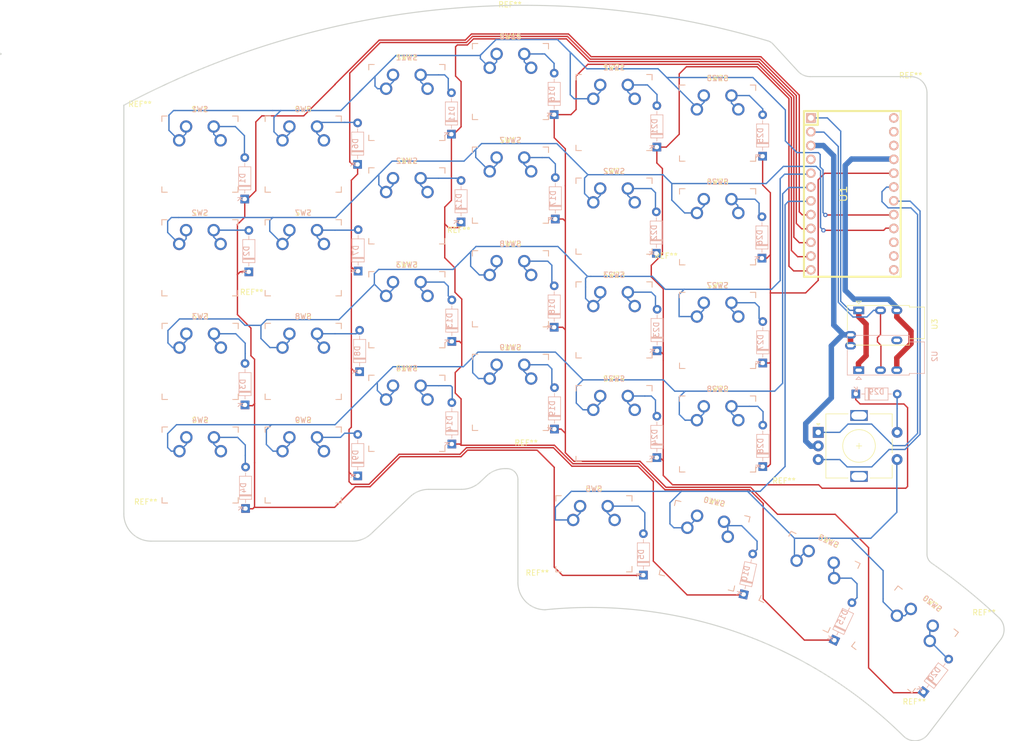
<source format=kicad_pcb>
(kicad_pcb (version 20171130) (host pcbnew "(5.1.9)-1")
  (layers (0 F.Cu signal) (31 B.Cu signal) (34 B.Paste user) (35 F.Paste user) (36 B.SilkS user) (37 F.SilkS user) (38 B.Mask user) (39 F.Mask user) (44 Edge.Cuts user))
  (net 0 "")
  (net 1 "Net-(D1-Pad2)")
  (net 2 Col0)
  (net 3 "Net-(D2-Pad2)")
  (net 4 "Net-(D3-Pad2)")
  (net 5 "Net-(D4-Pad2)")
  (net 6 "Net-(D5-Pad2)")
  (net 7 Col1)
  (net 8 "Net-(D6-Pad2)")
  (net 9 "Net-(D7-Pad2)")
  (net 10 "Net-(D8-Pad2)")
  (net 11 "Net-(D9-Pad2)")
  (net 12 "Net-(D10-Pad2)")
  (net 13 "Net-(D11-Pad2)")
  (net 14 Col2)
  (net 15 "Net-(D12-Pad2)")
  (net 16 "Net-(D13-Pad2)")
  (net 17 "Net-(D14-Pad2)")
  (net 18 "Net-(D15-Pad2)")
  (net 19 Col3)
  (net 20 "Net-(D16-Pad2)")
  (net 21 "Net-(D17-Pad2)")
  (net 22 "Net-(D18-Pad2)")
  (net 23 "Net-(D19-Pad2)")
  (net 24 "Net-(D20-Pad2)")
  (net 25 "Net-(D21-Pad2)")
  (net 26 Col4)
  (net 27 "Net-(D22-Pad2)")
  (net 28 "Net-(D23-Pad2)")
  (net 29 "Net-(D24-Pad2)")
  (net 30 Col5)
  (net 31 "Net-(D25-Pad2)")
  (net 32 "Net-(D26-Pad2)")
  (net 33 "Net-(D27-Pad2)")
  (net 34 "Net-(D28-Pad2)")
  (net 35 "Net-(D29-Pad2)")
  (net 36 Row0)
  (net 37 Row1)
  (net 38 Row2)
  (net 39 Row3)
  (net 40 Row4)
  (net 41 Enc-B)
  (net 42 Enc-A)
  (net 43 "Net-(U1-Pad13)")
  (net 44 "Net-(U1-Pad14)")
  (net 45 "Net-(U1-Pad15)")
  (net 46 "Net-(U1-Pad22)")
  (net 47 "Net-(U1-Pad24)")
  (net 48 TRRS-3)
  (net 49 TRRS-2)
  (net 50 TRRS-1)
  (net 51 GND)
  (module "Keyboard parts:Pro_Micro" (layer F.Cu) (at 180.215 59.255 270)
    (fp_text reference U1 (at 0 1.625 90) (layer F.SilkS) (effects (font (size 1.27 1.524) (thickness 0.2032))))
    (fp_text value ProMicro hide)
    (pad 1 thru_hole rect (at -13.97 7.62 270) (size 1.7526 1.7526) (drill 1.0922) (layers *.Cu *.SilkS *.Mask) (net 50 TRRS-1))
    (pad 2 thru_hole circle (at -11.43 7.62 270) (size 1.7526 1.7526) (drill 1.0922) (layers *.Cu *.SilkS *.Mask) (net 49 TRRS-2))
    (pad 3 thru_hole circle (at -8.89 7.62 270) (size 1.7526 1.7526) (drill 1.0922) (layers *.Cu *.SilkS *.Mask) (net 51 GND))
    (pad 4 thru_hole circle (at -6.35 7.62 270) (size 1.7526 1.7526) (drill 1.0922) (layers *.Cu *.SilkS *.Mask) (net 51 GND))
    (pad 5 thru_hole circle (at -3.81 7.62 270) (size 1.7526 1.7526) (drill 1.0922) (layers *.Cu *.SilkS *.Mask) (net 38 Row2))
    (pad 6 thru_hole circle (at -1.27 7.62 270) (size 1.7526 1.7526) (drill 1.0922) (layers *.Cu *.SilkS *.Mask) (net 39 Row3))
    (pad 7 thru_hole circle (at 1.27 7.62 270) (size 1.7526 1.7526) (drill 1.0922) (layers *.Cu *.SilkS *.Mask) (net 40 Row4))
    (pad 8 thru_hole circle (at 3.81 7.62 270) (size 1.7526 1.7526) (drill 1.0922) (layers *.Cu *.SilkS *.Mask) (net 2 Col0))
    (pad 9 thru_hole circle (at 6.35 7.62 270) (size 1.7526 1.7526) (drill 1.0922) (layers *.Cu *.SilkS *.Mask) (net 7 Col1))
    (pad 10 thru_hole circle (at 8.89 7.62 270) (size 1.7526 1.7526) (drill 1.0922) (layers *.Cu *.SilkS *.Mask) (net 14 Col2))
    (pad 11 thru_hole circle (at 11.43 7.62 270) (size 1.7526 1.7526) (drill 1.0922) (layers *.Cu *.SilkS *.Mask) (net 19 Col3))
    (pad 12 thru_hole circle (at 13.97 7.62 270) (size 1.7526 1.7526) (drill 1.0922) (layers *.Cu *.SilkS *.Mask) (net 26 Col4))
    (pad 24 thru_hole circle (at -13.97 -7.63 90) (size 1.7526 1.7526) (drill 1.0922) (layers *.Cu *.SilkS *.Mask) (net 47 "Net-(U1-Pad24)"))
    (pad 23 thru_hole circle (at -11.43 -7.63 90) (size 1.7526 1.7526) (drill 1.0922) (layers *.Cu *.SilkS *.Mask) (net 51 GND))
    (pad 22 thru_hole circle (at -8.89 -7.63 90) (size 1.7526 1.7526) (drill 1.0922) (layers *.Cu *.SilkS *.Mask) (net 46 "Net-(U1-Pad22)"))
    (pad 21 thru_hole circle (at -6.35 -7.63 90) (size 1.7526 1.7526) (drill 1.0922) (layers *.Cu *.SilkS *.Mask) (net 48 TRRS-3))
    (pad 20 thru_hole circle (at -3.81 -7.63 90) (size 1.7526 1.7526) (drill 1.0922) (layers *.Cu *.SilkS *.Mask) (net 30 Col5))
    (pad 19 thru_hole circle (at -1.27 -7.63 90) (size 1.7526 1.7526) (drill 1.0922) (layers *.Cu *.SilkS *.Mask) (net 42 Enc-A))
    (pad 18 thru_hole circle (at 1.27 -7.63 90) (size 1.7526 1.7526) (drill 1.0922) (layers *.Cu *.SilkS *.Mask) (net 41 Enc-B))
    (pad 17 thru_hole circle (at 3.81 -7.63 90) (size 1.7526 1.7526) (drill 1.0922) (layers *.Cu *.SilkS *.Mask) (net 36 Row0))
    (pad 16 thru_hole circle (at 6.35 -7.63 90) (size 1.7526 1.7526) (drill 1.0922) (layers *.Cu *.SilkS *.Mask) (net 37 Row1))
    (pad 15 thru_hole circle (at 8.89 -7.63 90) (size 1.7526 1.7526) (drill 1.0922) (layers *.Cu *.SilkS *.Mask) (net 45 "Net-(U1-Pad15)"))
    (pad 14 thru_hole circle (at 11.43 -7.63 90) (size 1.7526 1.7526) (drill 1.0922) (layers *.Cu *.SilkS *.Mask) (net 44 "Net-(U1-Pad14)"))
    (pad 13 thru_hole circle (at 13.97 -7.63 90) (size 1.7526 1.7526) (drill 1.0922) (layers *.Cu *.SilkS *.Mask) (net 43 "Net-(U1-Pad13)"))
  )
  (module "Keyboard parts:Jack_3.5mm_PJ320E_Horizontal" (layer F.Cu) (at 181.4 80.67 270)
    (fp_text reference U3 (at 2.54 -13.97 90) (layer F.SilkS))
    (fp_text value TRRS)
    (pad "" np_thru_hole circle (at 2.3 1.3 180) (size 1.2 1.2) (drill 1.2) (layers *.Cu *.Mask))
    (pad "" np_thru_hole circle (at 2.3 -5.7 180) (size 1.2 1.2) (drill 1.2) (layers *.Cu *.Mask))
    (pad 4 thru_hole oval (at 0 -7 180) (size 2 1.4) (drill oval 1.2 0.6) (layers *.Cu *.Mask) (net 48 TRRS-3))
    (pad 3 thru_hole oval (at 0 -4 180) (size 2 1.4) (drill oval 1.2 0.6) (layers *.Cu *.Mask) (net 49 TRRS-2))
    (pad 2 thru_hole rect (at 0 0 180) (size 2 1.4) (drill oval 1.2 0.6) (layers *.Cu *.Mask) (net 50 TRRS-1))
    (pad 1 thru_hole oval (at 4.5 1.5 180) (size 2 1.4) (drill oval 1.2 0.6) (layers *.Cu *.Mask) (net 51 GND))
    (pad "" thru_hole oval (at 5.5 -7 180) (size 2 1.4) (drill oval 1.2 0.6) (layers *.Cu *.Mask))
  )
  (module "Keyboard parts:Jack_3.5mm_PJ320E_Horizontal" (layer B.Cu) (at 181.39 91.67 90)
    (fp_text reference U2 (at 2.54 13.97 90) (layer B.SilkS) (effects (justify mirror)))
    (fp_text value TRRS)
    (pad "" np_thru_hole circle (at 2.3 -1.3 180) (size 1.2 1.2) (drill 1.2) (layers *.Cu *.Mask))
    (pad "" np_thru_hole circle (at 2.3 5.7 180) (size 1.2 1.2) (drill 1.2) (layers *.Cu *.Mask))
    (pad 4 thru_hole oval (at 0 7 180) (size 2 1.4) (drill oval 1.2 0.6) (layers *.Cu *.Mask) (net 48 TRRS-3))
    (pad 3 thru_hole oval (at 0 4 180) (size 2 1.4) (drill oval 1.2 0.6) (layers *.Cu *.Mask) (net 49 TRRS-2))
    (pad 2 thru_hole rect (at 0 0 180) (size 2 1.4) (drill oval 1.2 0.6) (layers *.Cu *.Mask) (net 50 TRRS-1))
    (pad 1 thru_hole oval (at 4.5 -1.5 180) (size 2 1.4) (drill oval 1.2 0.6) (layers *.Cu *.Mask) (net 51 GND))
    (pad "" thru_hole oval (at 5.5 7 180) (size 2 1.4) (drill oval 1.2 0.6) (layers *.Cu *.Mask))
  )
  (module "Keyboard parts:SW_MX_reversible" (layer F.Cu) (at 155.45 103.4)
    (fp_text reference SW28 (at 0 -8.255) (layer F.SilkS))
    (fp_text value SW_Push)
    (fp_text user %R (at 0 -8.255) (layer B.SilkS) (effects (justify mirror)))
    (pad 2 thru_hole circle (at 3.81 -2.54) (size 2.286 2.286) (drill 1.4986) (layers *.Cu *.Mask) (net 34 "Net-(D28-Pad2)"))
    (pad 1 thru_hole circle (at -2.54 -5.08) (size 2.286 2.286) (drill 1.4986) (layers *.Cu *.Mask) (net 39 Row3))
    (pad 2 thru_hole circle (at 2.54 -5.08) (size 2.286 2.286) (drill 1.4986) (layers *.Cu *.Mask) (net 34 "Net-(D28-Pad2)"))
    (pad "" np_thru_hole circle (at 0 0) (size 3.9878 3.9878) (drill 3.9878) (layers *.Cu *.Mask))
    (pad 1 thru_hole circle (at -3.81 -2.54) (size 2.286 2.286) (drill 1.4986) (layers *.Cu *.Mask) (net 39 Row3))
    (pad "" np_thru_hole circle (at 5.08 0) (size 1.7018 1.7018) (drill 1.7018) (layers *.Cu *.Mask))
    (pad "" np_thru_hole circle (at -5.08 0) (size 1.7018 1.7018) (drill 1.7018) (layers *.Cu *.Mask))
  )
  (module "Keyboard parts:SW_MX_reversible" (layer F.Cu) (at 155.45 84.35)
    (fp_text reference SW27 (at 0 -8.255) (layer F.SilkS))
    (fp_text value SW_Push)
    (fp_text user %R (at 0 -8.255) (layer B.SilkS) (effects (justify mirror)))
    (pad 2 thru_hole circle (at 3.81 -2.54) (size 2.286 2.286) (drill 1.4986) (layers *.Cu *.Mask) (net 33 "Net-(D27-Pad2)"))
    (pad 1 thru_hole circle (at -2.54 -5.08) (size 2.286 2.286) (drill 1.4986) (layers *.Cu *.Mask) (net 38 Row2))
    (pad 2 thru_hole circle (at 2.54 -5.08) (size 2.286 2.286) (drill 1.4986) (layers *.Cu *.Mask) (net 33 "Net-(D27-Pad2)"))
    (pad "" np_thru_hole circle (at 0 0) (size 3.9878 3.9878) (drill 3.9878) (layers *.Cu *.Mask))
    (pad 1 thru_hole circle (at -3.81 -2.54) (size 2.286 2.286) (drill 1.4986) (layers *.Cu *.Mask) (net 38 Row2))
    (pad "" np_thru_hole circle (at 5.08 0) (size 1.7018 1.7018) (drill 1.7018) (layers *.Cu *.Mask))
    (pad "" np_thru_hole circle (at -5.08 0) (size 1.7018 1.7018) (drill 1.7018) (layers *.Cu *.Mask))
  )
  (module "Keyboard parts:SW_MX_reversible" (layer F.Cu) (at 155.45 65.3)
    (fp_text reference SW26 (at 0 -8.255) (layer F.SilkS))
    (fp_text value SW_Push)
    (fp_text user %R (at 0 -8.255) (layer B.SilkS) (effects (justify mirror)))
    (pad 2 thru_hole circle (at 3.81 -2.54) (size 2.286 2.286) (drill 1.4986) (layers *.Cu *.Mask) (net 32 "Net-(D26-Pad2)"))
    (pad 1 thru_hole circle (at -2.54 -5.08) (size 2.286 2.286) (drill 1.4986) (layers *.Cu *.Mask) (net 37 Row1))
    (pad 2 thru_hole circle (at 2.54 -5.08) (size 2.286 2.286) (drill 1.4986) (layers *.Cu *.Mask) (net 32 "Net-(D26-Pad2)"))
    (pad "" np_thru_hole circle (at 0 0) (size 3.9878 3.9878) (drill 3.9878) (layers *.Cu *.Mask))
    (pad 1 thru_hole circle (at -3.81 -2.54) (size 2.286 2.286) (drill 1.4986) (layers *.Cu *.Mask) (net 37 Row1))
    (pad "" np_thru_hole circle (at 5.08 0) (size 1.7018 1.7018) (drill 1.7018) (layers *.Cu *.Mask))
    (pad "" np_thru_hole circle (at -5.08 0) (size 1.7018 1.7018) (drill 1.7018) (layers *.Cu *.Mask))
  )
  (module "Keyboard parts:SW_MX_reversible" (layer F.Cu) (at 155.45 46.25)
    (fp_text reference SW25 (at 0 -8.255) (layer F.SilkS))
    (fp_text value SW_Push)
    (fp_text user %R (at 0 -8.255) (layer B.SilkS) (effects (justify mirror)))
    (pad 2 thru_hole circle (at 3.81 -2.54) (size 2.286 2.286) (drill 1.4986) (layers *.Cu *.Mask) (net 31 "Net-(D25-Pad2)"))
    (pad 1 thru_hole circle (at -2.54 -5.08) (size 2.286 2.286) (drill 1.4986) (layers *.Cu *.Mask) (net 36 Row0))
    (pad 2 thru_hole circle (at 2.54 -5.08) (size 2.286 2.286) (drill 1.4986) (layers *.Cu *.Mask) (net 31 "Net-(D25-Pad2)"))
    (pad "" np_thru_hole circle (at 0 0) (size 3.9878 3.9878) (drill 3.9878) (layers *.Cu *.Mask))
    (pad 1 thru_hole circle (at -3.81 -2.54) (size 2.286 2.286) (drill 1.4986) (layers *.Cu *.Mask) (net 36 Row0))
    (pad "" np_thru_hole circle (at 5.08 0) (size 1.7018 1.7018) (drill 1.7018) (layers *.Cu *.Mask))
    (pad "" np_thru_hole circle (at -5.08 0) (size 1.7018 1.7018) (drill 1.7018) (layers *.Cu *.Mask))
  )
  (module "Keyboard parts:SW_MX_reversible" (layer F.Cu) (at 136.4 101.5)
    (fp_text reference SW24 (at 0 -8.255) (layer F.SilkS))
    (fp_text value SW_Push)
    (fp_text user %R (at 0 -8.255) (layer B.SilkS) (effects (justify mirror)))
    (pad 2 thru_hole circle (at 3.81 -2.54) (size 2.286 2.286) (drill 1.4986) (layers *.Cu *.Mask) (net 29 "Net-(D24-Pad2)"))
    (pad 1 thru_hole circle (at -2.54 -5.08) (size 2.286 2.286) (drill 1.4986) (layers *.Cu *.Mask) (net 39 Row3))
    (pad 2 thru_hole circle (at 2.54 -5.08) (size 2.286 2.286) (drill 1.4986) (layers *.Cu *.Mask) (net 29 "Net-(D24-Pad2)"))
    (pad "" np_thru_hole circle (at 0 0) (size 3.9878 3.9878) (drill 3.9878) (layers *.Cu *.Mask))
    (pad 1 thru_hole circle (at -3.81 -2.54) (size 2.286 2.286) (drill 1.4986) (layers *.Cu *.Mask) (net 39 Row3))
    (pad "" np_thru_hole circle (at 5.08 0) (size 1.7018 1.7018) (drill 1.7018) (layers *.Cu *.Mask))
    (pad "" np_thru_hole circle (at -5.08 0) (size 1.7018 1.7018) (drill 1.7018) (layers *.Cu *.Mask))
  )
  (module "Keyboard parts:SW_MX_reversible" (layer F.Cu) (at 136.405 82.42)
    (fp_text reference SW23 (at 0 -8.255) (layer F.SilkS))
    (fp_text value SW_Push)
    (fp_text user %R (at 0 -8.255) (layer B.SilkS) (effects (justify mirror)))
    (pad 2 thru_hole circle (at 3.81 -2.54) (size 2.286 2.286) (drill 1.4986) (layers *.Cu *.Mask) (net 28 "Net-(D23-Pad2)"))
    (pad 1 thru_hole circle (at -2.54 -5.08) (size 2.286 2.286) (drill 1.4986) (layers *.Cu *.Mask) (net 38 Row2))
    (pad 2 thru_hole circle (at 2.54 -5.08) (size 2.286 2.286) (drill 1.4986) (layers *.Cu *.Mask) (net 28 "Net-(D23-Pad2)"))
    (pad "" np_thru_hole circle (at 0 0) (size 3.9878 3.9878) (drill 3.9878) (layers *.Cu *.Mask))
    (pad 1 thru_hole circle (at -3.81 -2.54) (size 2.286 2.286) (drill 1.4986) (layers *.Cu *.Mask) (net 38 Row2))
    (pad "" np_thru_hole circle (at 5.08 0) (size 1.7018 1.7018) (drill 1.7018) (layers *.Cu *.Mask))
    (pad "" np_thru_hole circle (at -5.08 0) (size 1.7018 1.7018) (drill 1.7018) (layers *.Cu *.Mask))
  )
  (module "Keyboard parts:SW_MX_reversible" (layer F.Cu) (at 136.4 63.35)
    (fp_text reference SW22 (at 0 -8.255) (layer F.SilkS))
    (fp_text value SW_Push)
    (fp_text user %R (at 0 -8.255) (layer B.SilkS) (effects (justify mirror)))
    (pad 2 thru_hole circle (at 3.81 -2.54) (size 2.286 2.286) (drill 1.4986) (layers *.Cu *.Mask) (net 27 "Net-(D22-Pad2)"))
    (pad 1 thru_hole circle (at -2.54 -5.08) (size 2.286 2.286) (drill 1.4986) (layers *.Cu *.Mask) (net 37 Row1))
    (pad 2 thru_hole circle (at 2.54 -5.08) (size 2.286 2.286) (drill 1.4986) (layers *.Cu *.Mask) (net 27 "Net-(D22-Pad2)"))
    (pad "" np_thru_hole circle (at 0 0) (size 3.9878 3.9878) (drill 3.9878) (layers *.Cu *.Mask))
    (pad 1 thru_hole circle (at -3.81 -2.54) (size 2.286 2.286) (drill 1.4986) (layers *.Cu *.Mask) (net 37 Row1))
    (pad "" np_thru_hole circle (at 5.08 0) (size 1.7018 1.7018) (drill 1.7018) (layers *.Cu *.Mask))
    (pad "" np_thru_hole circle (at -5.08 0) (size 1.7018 1.7018) (drill 1.7018) (layers *.Cu *.Mask))
  )
  (module "Keyboard parts:SW_MX_reversible" (layer F.Cu) (at 136.4 44.3)
    (fp_text reference SW21 (at 0 -8.255) (layer F.SilkS))
    (fp_text value SW_Push)
    (fp_text user %R (at 0 -8.255) (layer B.SilkS) (effects (justify mirror)))
    (pad 2 thru_hole circle (at 3.81 -2.54) (size 2.286 2.286) (drill 1.4986) (layers *.Cu *.Mask) (net 25 "Net-(D21-Pad2)"))
    (pad 1 thru_hole circle (at -2.54 -5.08) (size 2.286 2.286) (drill 1.4986) (layers *.Cu *.Mask) (net 36 Row0))
    (pad 2 thru_hole circle (at 2.54 -5.08) (size 2.286 2.286) (drill 1.4986) (layers *.Cu *.Mask) (net 25 "Net-(D21-Pad2)"))
    (pad "" np_thru_hole circle (at 0 0) (size 3.9878 3.9878) (drill 3.9878) (layers *.Cu *.Mask))
    (pad 1 thru_hole circle (at -3.81 -2.54) (size 2.286 2.286) (drill 1.4986) (layers *.Cu *.Mask) (net 36 Row0))
    (pad "" np_thru_hole circle (at 5.08 0) (size 1.7018 1.7018) (drill 1.7018) (layers *.Cu *.Mask))
    (pad "" np_thru_hole circle (at -5.08 0) (size 1.7018 1.7018) (drill 1.7018) (layers *.Cu *.Mask))
  )
  (module "Keyboard parts:SW_MX_reversible" (layer F.Cu) (at 189.9 141.15 322.5)
    (fp_text reference SW20 (at 0 -8.255 142.5) (layer F.SilkS))
    (fp_text value SW_Push)
    (fp_text user %R (at 0 -8.255 142.5) (layer B.SilkS) (effects (justify mirror)))
    (pad 2 thru_hole circle (at 3.81 -2.54 322.5) (size 2.286 2.286) (drill 1.4986) (layers *.Cu *.Mask) (net 24 "Net-(D20-Pad2)"))
    (pad 1 thru_hole circle (at -2.54 -5.08 322.5) (size 2.286 2.286) (drill 1.4986) (layers *.Cu *.Mask) (net 40 Row4))
    (pad 2 thru_hole circle (at 2.54 -5.08 322.5) (size 2.286 2.286) (drill 1.4986) (layers *.Cu *.Mask) (net 24 "Net-(D20-Pad2)"))
    (pad "" np_thru_hole circle (at 0 0 322.5) (size 3.9878 3.9878) (drill 3.9878) (layers *.Cu *.Mask))
    (pad 1 thru_hole circle (at -3.81 -2.54 322.5) (size 2.286 2.286) (drill 1.4986) (layers *.Cu *.Mask) (net 40 Row4))
    (pad "" np_thru_hole circle (at 5.08 0 322.5) (size 1.7018 1.7018) (drill 1.7018) (layers *.Cu *.Mask))
    (pad "" np_thru_hole circle (at -5.08 0 322.5) (size 1.7018 1.7018) (drill 1.7018) (layers *.Cu *.Mask))
  )
  (module "Keyboard parts:SW_MX_reversible" (layer F.Cu) (at 117.35 95.75)
    (fp_text reference SW19 (at 0 -8.255) (layer F.SilkS))
    (fp_text value SW_Push)
    (fp_text user %R (at 0 -8.255) (layer B.SilkS) (effects (justify mirror)))
    (pad 2 thru_hole circle (at 3.81 -2.54) (size 2.286 2.286) (drill 1.4986) (layers *.Cu *.Mask) (net 23 "Net-(D19-Pad2)"))
    (pad 1 thru_hole circle (at -2.54 -5.08) (size 2.286 2.286) (drill 1.4986) (layers *.Cu *.Mask) (net 39 Row3))
    (pad 2 thru_hole circle (at 2.54 -5.08) (size 2.286 2.286) (drill 1.4986) (layers *.Cu *.Mask) (net 23 "Net-(D19-Pad2)"))
    (pad "" np_thru_hole circle (at 0 0) (size 3.9878 3.9878) (drill 3.9878) (layers *.Cu *.Mask))
    (pad 1 thru_hole circle (at -3.81 -2.54) (size 2.286 2.286) (drill 1.4986) (layers *.Cu *.Mask) (net 39 Row3))
    (pad "" np_thru_hole circle (at 5.08 0) (size 1.7018 1.7018) (drill 1.7018) (layers *.Cu *.Mask))
    (pad "" np_thru_hole circle (at -5.08 0) (size 1.7018 1.7018) (drill 1.7018) (layers *.Cu *.Mask))
  )
  (module "Keyboard parts:SW_MX_reversible" (layer F.Cu) (at 117.35 76.7)
    (fp_text reference SW18 (at 0 -8.255) (layer F.SilkS))
    (fp_text value SW_Push)
    (fp_text user %R (at 0 -8.255) (layer B.SilkS) (effects (justify mirror)))
    (pad 2 thru_hole circle (at 3.81 -2.54) (size 2.286 2.286) (drill 1.4986) (layers *.Cu *.Mask) (net 22 "Net-(D18-Pad2)"))
    (pad 1 thru_hole circle (at -2.54 -5.08) (size 2.286 2.286) (drill 1.4986) (layers *.Cu *.Mask) (net 38 Row2))
    (pad 2 thru_hole circle (at 2.54 -5.08) (size 2.286 2.286) (drill 1.4986) (layers *.Cu *.Mask) (net 22 "Net-(D18-Pad2)"))
    (pad "" np_thru_hole circle (at 0 0) (size 3.9878 3.9878) (drill 3.9878) (layers *.Cu *.Mask))
    (pad 1 thru_hole circle (at -3.81 -2.54) (size 2.286 2.286) (drill 1.4986) (layers *.Cu *.Mask) (net 38 Row2))
    (pad "" np_thru_hole circle (at 5.08 0) (size 1.7018 1.7018) (drill 1.7018) (layers *.Cu *.Mask))
    (pad "" np_thru_hole circle (at -5.08 0) (size 1.7018 1.7018) (drill 1.7018) (layers *.Cu *.Mask))
  )
  (module "Keyboard parts:SW_MX_reversible" (layer F.Cu) (at 117.35 57.65)
    (fp_text reference SW17 (at 0 -8.255) (layer F.SilkS))
    (fp_text value SW_Push)
    (fp_text user %R (at 0 -8.255) (layer B.SilkS) (effects (justify mirror)))
    (pad 2 thru_hole circle (at 3.81 -2.54) (size 2.286 2.286) (drill 1.4986) (layers *.Cu *.Mask) (net 21 "Net-(D17-Pad2)"))
    (pad 1 thru_hole circle (at -2.54 -5.08) (size 2.286 2.286) (drill 1.4986) (layers *.Cu *.Mask) (net 37 Row1))
    (pad 2 thru_hole circle (at 2.54 -5.08) (size 2.286 2.286) (drill 1.4986) (layers *.Cu *.Mask) (net 21 "Net-(D17-Pad2)"))
    (pad "" np_thru_hole circle (at 0 0) (size 3.9878 3.9878) (drill 3.9878) (layers *.Cu *.Mask))
    (pad 1 thru_hole circle (at -3.81 -2.54) (size 2.286 2.286) (drill 1.4986) (layers *.Cu *.Mask) (net 37 Row1))
    (pad "" np_thru_hole circle (at 5.08 0) (size 1.7018 1.7018) (drill 1.7018) (layers *.Cu *.Mask))
    (pad "" np_thru_hole circle (at -5.08 0) (size 1.7018 1.7018) (drill 1.7018) (layers *.Cu *.Mask))
  )
  (module "Keyboard parts:SW_MX_reversible" (layer F.Cu) (at 117.35 38.6)
    (fp_text reference SW16 (at 0 -8.255) (layer F.SilkS))
    (fp_text value SW_Push)
    (fp_text user %R (at 0 -8.255) (layer B.SilkS) (effects (justify mirror)))
    (pad 2 thru_hole circle (at 3.81 -2.54) (size 2.286 2.286) (drill 1.4986) (layers *.Cu *.Mask) (net 20 "Net-(D16-Pad2)"))
    (pad 1 thru_hole circle (at -2.54 -5.08) (size 2.286 2.286) (drill 1.4986) (layers *.Cu *.Mask) (net 36 Row0))
    (pad 2 thru_hole circle (at 2.54 -5.08) (size 2.286 2.286) (drill 1.4986) (layers *.Cu *.Mask) (net 20 "Net-(D16-Pad2)"))
    (pad "" np_thru_hole circle (at 0 0) (size 3.9878 3.9878) (drill 3.9878) (layers *.Cu *.Mask))
    (pad 1 thru_hole circle (at -3.81 -2.54) (size 2.286 2.286) (drill 1.4986) (layers *.Cu *.Mask) (net 36 Row0))
    (pad "" np_thru_hole circle (at 5.08 0) (size 1.7018 1.7018) (drill 1.7018) (layers *.Cu *.Mask))
    (pad "" np_thru_hole circle (at -5.08 0) (size 1.7018 1.7018) (drill 1.7018) (layers *.Cu *.Mask))
  )
  (module "Keyboard parts:SW_MX_reversible" (layer F.Cu) (at 172.35 130.6 335)
    (fp_text reference SW15 (at 0 -8.255 155) (layer F.SilkS))
    (fp_text value SW_Push)
    (fp_text user %R (at 0 -8.255 155) (layer B.SilkS) (effects (justify mirror)))
    (pad 2 thru_hole circle (at 3.81 -2.54 335) (size 2.286 2.286) (drill 1.4986) (layers *.Cu *.Mask) (net 18 "Net-(D15-Pad2)"))
    (pad 1 thru_hole circle (at -2.54 -5.08 335) (size 2.286 2.286) (drill 1.4986) (layers *.Cu *.Mask) (net 40 Row4))
    (pad 2 thru_hole circle (at 2.54 -5.08 335) (size 2.286 2.286) (drill 1.4986) (layers *.Cu *.Mask) (net 18 "Net-(D15-Pad2)"))
    (pad "" np_thru_hole circle (at 0 0 335) (size 3.9878 3.9878) (drill 3.9878) (layers *.Cu *.Mask))
    (pad 1 thru_hole circle (at -3.81 -2.54 335) (size 2.286 2.286) (drill 1.4986) (layers *.Cu *.Mask) (net 40 Row4))
    (pad "" np_thru_hole circle (at 5.08 0 335) (size 1.7018 1.7018) (drill 1.7018) (layers *.Cu *.Mask))
    (pad "" np_thru_hole circle (at -5.08 0 335) (size 1.7018 1.7018) (drill 1.7018) (layers *.Cu *.Mask))
  )
  (module "Keyboard parts:SW_MX_reversible" (layer F.Cu) (at 98.3 99.6)
    (fp_text reference SW14 (at 0 -8.255) (layer F.SilkS))
    (fp_text value SW_Push)
    (fp_text user %R (at 0 -8.255) (layer B.SilkS) (effects (justify mirror)))
    (pad 2 thru_hole circle (at 3.81 -2.54) (size 2.286 2.286) (drill 1.4986) (layers *.Cu *.Mask) (net 17 "Net-(D14-Pad2)"))
    (pad 1 thru_hole circle (at -2.54 -5.08) (size 2.286 2.286) (drill 1.4986) (layers *.Cu *.Mask) (net 39 Row3))
    (pad 2 thru_hole circle (at 2.54 -5.08) (size 2.286 2.286) (drill 1.4986) (layers *.Cu *.Mask) (net 17 "Net-(D14-Pad2)"))
    (pad "" np_thru_hole circle (at 0 0) (size 3.9878 3.9878) (drill 3.9878) (layers *.Cu *.Mask))
    (pad 1 thru_hole circle (at -3.81 -2.54) (size 2.286 2.286) (drill 1.4986) (layers *.Cu *.Mask) (net 39 Row3))
    (pad "" np_thru_hole circle (at 5.08 0) (size 1.7018 1.7018) (drill 1.7018) (layers *.Cu *.Mask))
    (pad "" np_thru_hole circle (at -5.08 0) (size 1.7018 1.7018) (drill 1.7018) (layers *.Cu *.Mask))
  )
  (module "Keyboard parts:SW_MX_reversible" (layer F.Cu) (at 98.3 80.55)
    (fp_text reference SW13 (at 0 -8.255) (layer F.SilkS))
    (fp_text value SW_Push)
    (fp_text user %R (at 0 -8.255) (layer B.SilkS) (effects (justify mirror)))
    (pad 2 thru_hole circle (at 3.81 -2.54) (size 2.286 2.286) (drill 1.4986) (layers *.Cu *.Mask) (net 16 "Net-(D13-Pad2)"))
    (pad 1 thru_hole circle (at -2.54 -5.08) (size 2.286 2.286) (drill 1.4986) (layers *.Cu *.Mask) (net 38 Row2))
    (pad 2 thru_hole circle (at 2.54 -5.08) (size 2.286 2.286) (drill 1.4986) (layers *.Cu *.Mask) (net 16 "Net-(D13-Pad2)"))
    (pad "" np_thru_hole circle (at 0 0) (size 3.9878 3.9878) (drill 3.9878) (layers *.Cu *.Mask))
    (pad 1 thru_hole circle (at -3.81 -2.54) (size 2.286 2.286) (drill 1.4986) (layers *.Cu *.Mask) (net 38 Row2))
    (pad "" np_thru_hole circle (at 5.08 0) (size 1.7018 1.7018) (drill 1.7018) (layers *.Cu *.Mask))
    (pad "" np_thru_hole circle (at -5.08 0) (size 1.7018 1.7018) (drill 1.7018) (layers *.Cu *.Mask))
  )
  (module "Keyboard parts:SW_MX_reversible" (layer F.Cu) (at 98.3 61.45)
    (fp_text reference SW12 (at 0 -8.255) (layer F.SilkS))
    (fp_text value SW_Push)
    (fp_text user %R (at 0 -8.255) (layer B.SilkS) (effects (justify mirror)))
    (pad 2 thru_hole circle (at 3.81 -2.54) (size 2.286 2.286) (drill 1.4986) (layers *.Cu *.Mask) (net 15 "Net-(D12-Pad2)"))
    (pad 1 thru_hole circle (at -2.54 -5.08) (size 2.286 2.286) (drill 1.4986) (layers *.Cu *.Mask) (net 37 Row1))
    (pad 2 thru_hole circle (at 2.54 -5.08) (size 2.286 2.286) (drill 1.4986) (layers *.Cu *.Mask) (net 15 "Net-(D12-Pad2)"))
    (pad "" np_thru_hole circle (at 0 0) (size 3.9878 3.9878) (drill 3.9878) (layers *.Cu *.Mask))
    (pad 1 thru_hole circle (at -3.81 -2.54) (size 2.286 2.286) (drill 1.4986) (layers *.Cu *.Mask) (net 37 Row1))
    (pad "" np_thru_hole circle (at 5.08 0) (size 1.7018 1.7018) (drill 1.7018) (layers *.Cu *.Mask))
    (pad "" np_thru_hole circle (at -5.08 0) (size 1.7018 1.7018) (drill 1.7018) (layers *.Cu *.Mask))
  )
  (module "Keyboard parts:SW_MX_reversible" (layer F.Cu) (at 98.3 42.45)
    (fp_text reference SW11 (at 0 -8.255) (layer F.SilkS))
    (fp_text value SW_Push)
    (fp_text user %R (at 0 -8.255) (layer B.SilkS) (effects (justify mirror)))
    (pad 2 thru_hole circle (at 3.81 -2.54) (size 2.286 2.286) (drill 1.4986) (layers *.Cu *.Mask) (net 13 "Net-(D11-Pad2)"))
    (pad 1 thru_hole circle (at -2.54 -5.08) (size 2.286 2.286) (drill 1.4986) (layers *.Cu *.Mask) (net 36 Row0))
    (pad 2 thru_hole circle (at 2.54 -5.08) (size 2.286 2.286) (drill 1.4986) (layers *.Cu *.Mask) (net 13 "Net-(D11-Pad2)"))
    (pad "" np_thru_hole circle (at 0 0) (size 3.9878 3.9878) (drill 3.9878) (layers *.Cu *.Mask))
    (pad 1 thru_hole circle (at -3.81 -2.54) (size 2.286 2.286) (drill 1.4986) (layers *.Cu *.Mask) (net 36 Row0))
    (pad "" np_thru_hole circle (at 5.08 0) (size 1.7018 1.7018) (drill 1.7018) (layers *.Cu *.Mask))
    (pad "" np_thru_hole circle (at -5.08 0) (size 1.7018 1.7018) (drill 1.7018) (layers *.Cu *.Mask))
  )
  (module "Keyboard parts:SW_MX_reversible" (layer F.Cu) (at 153.05 123.95 347.5)
    (fp_text reference SW10 (at 0 -8.255 167.5) (layer F.SilkS))
    (fp_text value SW_Push)
    (fp_text user %R (at 0 -8.255 167.5) (layer B.SilkS) (effects (justify mirror)))
    (pad 2 thru_hole circle (at 3.81 -2.54 347.5) (size 2.286 2.286) (drill 1.4986) (layers *.Cu *.Mask) (net 12 "Net-(D10-Pad2)"))
    (pad 1 thru_hole circle (at -2.54 -5.08 347.5) (size 2.286 2.286) (drill 1.4986) (layers *.Cu *.Mask) (net 40 Row4))
    (pad 2 thru_hole circle (at 2.54 -5.08 347.5) (size 2.286 2.286) (drill 1.4986) (layers *.Cu *.Mask) (net 12 "Net-(D10-Pad2)"))
    (pad "" np_thru_hole circle (at 0 0 347.5) (size 3.9878 3.9878) (drill 3.9878) (layers *.Cu *.Mask))
    (pad 1 thru_hole circle (at -3.81 -2.54 347.5) (size 2.286 2.286) (drill 1.4986) (layers *.Cu *.Mask) (net 40 Row4))
    (pad "" np_thru_hole circle (at 5.08 0 347.5) (size 1.7018 1.7018) (drill 1.7018) (layers *.Cu *.Mask))
    (pad "" np_thru_hole circle (at -5.08 0 347.5) (size 1.7018 1.7018) (drill 1.7018) (layers *.Cu *.Mask))
  )
  (module "Keyboard parts:SW_MX_reversible" (layer F.Cu) (at 79.25 109.1)
    (fp_text reference SW9 (at 0 -8.255) (layer F.SilkS))
    (fp_text value SW_Push)
    (fp_text user %R (at 0 -8.255) (layer B.SilkS) (effects (justify mirror)))
    (pad 2 thru_hole circle (at 3.81 -2.54) (size 2.286 2.286) (drill 1.4986) (layers *.Cu *.Mask) (net 11 "Net-(D9-Pad2)"))
    (pad 1 thru_hole circle (at -2.54 -5.08) (size 2.286 2.286) (drill 1.4986) (layers *.Cu *.Mask) (net 39 Row3))
    (pad 2 thru_hole circle (at 2.54 -5.08) (size 2.286 2.286) (drill 1.4986) (layers *.Cu *.Mask) (net 11 "Net-(D9-Pad2)"))
    (pad "" np_thru_hole circle (at 0 0) (size 3.9878 3.9878) (drill 3.9878) (layers *.Cu *.Mask))
    (pad 1 thru_hole circle (at -3.81 -2.54) (size 2.286 2.286) (drill 1.4986) (layers *.Cu *.Mask) (net 39 Row3))
    (pad "" np_thru_hole circle (at 5.08 0) (size 1.7018 1.7018) (drill 1.7018) (layers *.Cu *.Mask))
    (pad "" np_thru_hole circle (at -5.08 0) (size 1.7018 1.7018) (drill 1.7018) (layers *.Cu *.Mask))
  )
  (module "Keyboard parts:SW_MX_reversible" (layer F.Cu) (at 79.25 90.05)
    (fp_text reference SW8 (at 0 -8.255) (layer F.SilkS))
    (fp_text value SW_Push)
    (fp_text user %R (at 0 -8.255) (layer B.SilkS) (effects (justify mirror)))
    (pad 2 thru_hole circle (at 3.81 -2.54) (size 2.286 2.286) (drill 1.4986) (layers *.Cu *.Mask) (net 10 "Net-(D8-Pad2)"))
    (pad 1 thru_hole circle (at -2.54 -5.08) (size 2.286 2.286) (drill 1.4986) (layers *.Cu *.Mask) (net 38 Row2))
    (pad 2 thru_hole circle (at 2.54 -5.08) (size 2.286 2.286) (drill 1.4986) (layers *.Cu *.Mask) (net 10 "Net-(D8-Pad2)"))
    (pad "" np_thru_hole circle (at 0 0) (size 3.9878 3.9878) (drill 3.9878) (layers *.Cu *.Mask))
    (pad 1 thru_hole circle (at -3.81 -2.54) (size 2.286 2.286) (drill 1.4986) (layers *.Cu *.Mask) (net 38 Row2))
    (pad "" np_thru_hole circle (at 5.08 0) (size 1.7018 1.7018) (drill 1.7018) (layers *.Cu *.Mask))
    (pad "" np_thru_hole circle (at -5.08 0) (size 1.7018 1.7018) (drill 1.7018) (layers *.Cu *.Mask))
  )
  (module "Keyboard parts:SW_MX_reversible" (layer F.Cu) (at 79.25 71)
    (fp_text reference SW7 (at 0 -8.255) (layer F.SilkS))
    (fp_text value SW_Push)
    (fp_text user %R (at 0 -8.255) (layer B.SilkS) (effects (justify mirror)))
    (pad 2 thru_hole circle (at 3.81 -2.54) (size 2.286 2.286) (drill 1.4986) (layers *.Cu *.Mask) (net 9 "Net-(D7-Pad2)"))
    (pad 1 thru_hole circle (at -2.54 -5.08) (size 2.286 2.286) (drill 1.4986) (layers *.Cu *.Mask) (net 37 Row1))
    (pad 2 thru_hole circle (at 2.54 -5.08) (size 2.286 2.286) (drill 1.4986) (layers *.Cu *.Mask) (net 9 "Net-(D7-Pad2)"))
    (pad "" np_thru_hole circle (at 0 0) (size 3.9878 3.9878) (drill 3.9878) (layers *.Cu *.Mask))
    (pad 1 thru_hole circle (at -3.81 -2.54) (size 2.286 2.286) (drill 1.4986) (layers *.Cu *.Mask) (net 37 Row1))
    (pad "" np_thru_hole circle (at 5.08 0) (size 1.7018 1.7018) (drill 1.7018) (layers *.Cu *.Mask))
    (pad "" np_thru_hole circle (at -5.08 0) (size 1.7018 1.7018) (drill 1.7018) (layers *.Cu *.Mask))
  )
  (module "Keyboard parts:SW_MX_reversible" (layer F.Cu) (at 79.25 51.95)
    (fp_text reference SW6 (at 0 -8.255) (layer F.SilkS))
    (fp_text value SW_Push)
    (fp_text user %R (at 0 -8.255) (layer B.SilkS) (effects (justify mirror)))
    (pad 2 thru_hole circle (at 3.81 -2.54) (size 2.286 2.286) (drill 1.4986) (layers *.Cu *.Mask) (net 8 "Net-(D6-Pad2)"))
    (pad 1 thru_hole circle (at -2.54 -5.08) (size 2.286 2.286) (drill 1.4986) (layers *.Cu *.Mask) (net 36 Row0))
    (pad 2 thru_hole circle (at 2.54 -5.08) (size 2.286 2.286) (drill 1.4986) (layers *.Cu *.Mask) (net 8 "Net-(D6-Pad2)"))
    (pad "" np_thru_hole circle (at 0 0) (size 3.9878 3.9878) (drill 3.9878) (layers *.Cu *.Mask))
    (pad 1 thru_hole circle (at -3.81 -2.54) (size 2.286 2.286) (drill 1.4986) (layers *.Cu *.Mask) (net 36 Row0))
    (pad "" np_thru_hole circle (at 5.08 0) (size 1.7018 1.7018) (drill 1.7018) (layers *.Cu *.Mask))
    (pad "" np_thru_hole circle (at -5.08 0) (size 1.7018 1.7018) (drill 1.7018) (layers *.Cu *.Mask))
  )
  (module "Keyboard parts:SW_MX_reversible" (layer F.Cu) (at 132.7 121.75)
    (fp_text reference SW5 (at 0 -8.255) (layer F.SilkS))
    (fp_text value SW_Push)
    (fp_text user %R (at 0 -8.255) (layer B.SilkS) (effects (justify mirror)))
    (pad 2 thru_hole circle (at 3.81 -2.54) (size 2.286 2.286) (drill 1.4986) (layers *.Cu *.Mask) (net 6 "Net-(D5-Pad2)"))
    (pad 1 thru_hole circle (at -2.54 -5.08) (size 2.286 2.286) (drill 1.4986) (layers *.Cu *.Mask) (net 40 Row4))
    (pad 2 thru_hole circle (at 2.54 -5.08) (size 2.286 2.286) (drill 1.4986) (layers *.Cu *.Mask) (net 6 "Net-(D5-Pad2)"))
    (pad "" np_thru_hole circle (at 0 0) (size 3.9878 3.9878) (drill 3.9878) (layers *.Cu *.Mask))
    (pad 1 thru_hole circle (at -3.81 -2.54) (size 2.286 2.286) (drill 1.4986) (layers *.Cu *.Mask) (net 40 Row4))
    (pad "" np_thru_hole circle (at 5.08 0) (size 1.7018 1.7018) (drill 1.7018) (layers *.Cu *.Mask))
    (pad "" np_thru_hole circle (at -5.08 0) (size 1.7018 1.7018) (drill 1.7018) (layers *.Cu *.Mask))
  )
  (module "Keyboard parts:SW_MX_reversible" (layer F.Cu) (at 60.3 109.1)
    (fp_text reference SW4 (at 0 -8.255) (layer F.SilkS))
    (fp_text value SW_Push)
    (fp_text user %R (at 0 -8.255) (layer B.SilkS) (effects (justify mirror)))
    (pad 2 thru_hole circle (at 3.81 -2.54) (size 2.286 2.286) (drill 1.4986) (layers *.Cu *.Mask) (net 5 "Net-(D4-Pad2)"))
    (pad 1 thru_hole circle (at -2.54 -5.08) (size 2.286 2.286) (drill 1.4986) (layers *.Cu *.Mask) (net 39 Row3))
    (pad 2 thru_hole circle (at 2.54 -5.08) (size 2.286 2.286) (drill 1.4986) (layers *.Cu *.Mask) (net 5 "Net-(D4-Pad2)"))
    (pad "" np_thru_hole circle (at 0 0) (size 3.9878 3.9878) (drill 3.9878) (layers *.Cu *.Mask))
    (pad 1 thru_hole circle (at -3.81 -2.54) (size 2.286 2.286) (drill 1.4986) (layers *.Cu *.Mask) (net 39 Row3))
    (pad "" np_thru_hole circle (at 5.08 0) (size 1.7018 1.7018) (drill 1.7018) (layers *.Cu *.Mask))
    (pad "" np_thru_hole circle (at -5.08 0) (size 1.7018 1.7018) (drill 1.7018) (layers *.Cu *.Mask))
  )
  (module "Keyboard parts:SW_MX_reversible" (layer F.Cu) (at 60.3 90.05)
    (fp_text reference SW3 (at 0 -8.255) (layer F.SilkS))
    (fp_text value SW_Push)
    (fp_text user %R (at 0 -8.255) (layer B.SilkS) (effects (justify mirror)))
    (pad 2 thru_hole circle (at 3.81 -2.54) (size 2.286 2.286) (drill 1.4986) (layers *.Cu *.Mask) (net 4 "Net-(D3-Pad2)"))
    (pad 1 thru_hole circle (at -2.54 -5.08) (size 2.286 2.286) (drill 1.4986) (layers *.Cu *.Mask) (net 38 Row2))
    (pad 2 thru_hole circle (at 2.54 -5.08) (size 2.286 2.286) (drill 1.4986) (layers *.Cu *.Mask) (net 4 "Net-(D3-Pad2)"))
    (pad "" np_thru_hole circle (at 0 0) (size 3.9878 3.9878) (drill 3.9878) (layers *.Cu *.Mask))
    (pad 1 thru_hole circle (at -3.81 -2.54) (size 2.286 2.286) (drill 1.4986) (layers *.Cu *.Mask) (net 38 Row2))
    (pad "" np_thru_hole circle (at 5.08 0) (size 1.7018 1.7018) (drill 1.7018) (layers *.Cu *.Mask))
    (pad "" np_thru_hole circle (at -5.08 0) (size 1.7018 1.7018) (drill 1.7018) (layers *.Cu *.Mask))
  )
  (module "Keyboard parts:SW_MX_reversible" (layer F.Cu) (at 60.25 71)
    (fp_text reference SW2 (at 0 -8.255) (layer F.SilkS))
    (fp_text value SW_Push)
    (fp_text user %R (at 0 -8.255) (layer B.SilkS) (effects (justify mirror)))
    (pad 2 thru_hole circle (at 3.81 -2.54) (size 2.286 2.286) (drill 1.4986) (layers *.Cu *.Mask) (net 3 "Net-(D2-Pad2)"))
    (pad 1 thru_hole circle (at -2.54 -5.08) (size 2.286 2.286) (drill 1.4986) (layers *.Cu *.Mask) (net 37 Row1))
    (pad 2 thru_hole circle (at 2.54 -5.08) (size 2.286 2.286) (drill 1.4986) (layers *.Cu *.Mask) (net 3 "Net-(D2-Pad2)"))
    (pad "" np_thru_hole circle (at 0 0) (size 3.9878 3.9878) (drill 3.9878) (layers *.Cu *.Mask))
    (pad 1 thru_hole circle (at -3.81 -2.54) (size 2.286 2.286) (drill 1.4986) (layers *.Cu *.Mask) (net 37 Row1))
    (pad "" np_thru_hole circle (at 5.08 0) (size 1.7018 1.7018) (drill 1.7018) (layers *.Cu *.Mask))
    (pad "" np_thru_hole circle (at -5.08 0) (size 1.7018 1.7018) (drill 1.7018) (layers *.Cu *.Mask))
  )
  (module "Keyboard parts:SW_MX_reversible" (layer F.Cu) (at 60.25 51.95)
    (fp_text reference SW1 (at 0 -8.255) (layer F.SilkS))
    (fp_text value SW_Push)
    (fp_text user %R (at 0 -8.255) (layer B.SilkS) (effects (justify mirror)))
    (pad 2 thru_hole circle (at 3.81 -2.54) (size 2.286 2.286) (drill 1.4986) (layers *.Cu *.Mask) (net 1 "Net-(D1-Pad2)"))
    (pad 1 thru_hole circle (at -2.54 -5.08) (size 2.286 2.286) (drill 1.4986) (layers *.Cu *.Mask) (net 36 Row0))
    (pad 2 thru_hole circle (at 2.54 -5.08) (size 2.286 2.286) (drill 1.4986) (layers *.Cu *.Mask) (net 1 "Net-(D1-Pad2)"))
    (pad "" np_thru_hole circle (at 0 0) (size 3.9878 3.9878) (drill 3.9878) (layers *.Cu *.Mask))
    (pad 1 thru_hole circle (at -3.81 -2.54) (size 2.286 2.286) (drill 1.4986) (layers *.Cu *.Mask) (net 36 Row0))
    (pad "" np_thru_hole circle (at 5.08 0) (size 1.7018 1.7018) (drill 1.7018) (layers *.Cu *.Mask))
    (pad "" np_thru_hole circle (at -5.08 0) (size 1.7018 1.7018) (drill 1.7018) (layers *.Cu *.Mask))
  )
  (module MountingHole:MountingHole_2mm (layer F.Cu) (at 145.975 73.85)
    (fp_text reference REF** (at 0 -3.2) (layer F.SilkS))
    (fp_text value MountingHole_2mm)
    (pad "" np_thru_hole circle (at 0 0) (size 2 2) (drill 2) (layers *.Cu *.Mask))
  )
  (module MountingHole:MountingHole_2mm (layer F.Cu) (at 107.875 69.1)
    (fp_text reference REF** (at 0 -3.2) (layer F.SilkS))
    (fp_text value MountingHole_2mm)
    (pad "" np_thru_hole circle (at 0 0) (size 2 2) (drill 2) (layers *.Cu *.Mask))
  )
  (module MountingHole:MountingHole_2mm (layer F.Cu) (at 69.775 80.525)
    (fp_text reference REF** (at 0 -3.2) (layer F.SilkS))
    (fp_text value MountingHole_2mm)
    (pad "" np_thru_hole circle (at 0 0) (size 2 2) (drill 2) (layers *.Cu *.Mask))
  )
  (module MountingHole:MountingHole_2mm (layer F.Cu) (at 50.3 119.075)
    (fp_text reference REF** (at 0 -3.2) (layer F.SilkS))
    (fp_text value MountingHole_2mm)
    (pad "" np_thru_hole circle (at 0 0) (size 2 2) (drill 2) (layers *.Cu *.Mask))
  )
  (module MountingHole:MountingHole_2mm (layer F.Cu) (at 120.25 108.225)
    (fp_text reference REF** (at 0 -3.2) (layer F.SilkS))
    (fp_text value MountingHole_2mm)
    (pad "" np_thru_hole circle (at 0 0) (size 2 2) (drill 2) (layers *.Cu *.Mask))
  )
  (module MountingHole:MountingHole_2mm (layer F.Cu) (at 122.3 132.125)
    (fp_text reference REF** (at 0 -3.2) (layer F.SilkS))
    (fp_text value MountingHole_2mm)
    (pad "" np_thru_hole circle (at 0 0) (size 2 2) (drill 2) (layers *.Cu *.Mask))
  )
  (module MountingHole:MountingHole_2mm (layer F.Cu) (at 191.625 155.825)
    (fp_text reference REF** (at 0 -3.2) (layer F.SilkS))
    (fp_text value MountingHole_2mm)
    (pad "" np_thru_hole circle (at 0 0) (size 2 2) (drill 2) (layers *.Cu *.Mask))
  )
  (module MountingHole:MountingHole_2mm (layer F.Cu) (at 204.45 139.425)
    (fp_text reference REF** (at 0 -3.2) (layer F.SilkS))
    (fp_text value MountingHole_2mm)
    (pad "" np_thru_hole circle (at 0 0) (size 2 2) (drill 2) (layers *.Cu *.Mask))
  )
  (module MountingHole:MountingHole_2mm (layer F.Cu) (at 167.675 115.2)
    (fp_text reference REF** (at 0 -3.2) (layer F.SilkS))
    (fp_text value MountingHole_2mm)
    (pad "" np_thru_hole circle (at 0 0) (size 2 2) (drill 2) (layers *.Cu *.Mask))
  )
  (module MountingHole:MountingHole_2mm (layer F.Cu) (at 190.95 40.675)
    (fp_text reference REF** (at 0 -3.2) (layer F.SilkS))
    (fp_text value MountingHole_2mm)
    (pad "" np_thru_hole circle (at 0 0) (size 2 2) (drill 2) (layers *.Cu *.Mask))
  )
  (module MountingHole:MountingHole_2mm (layer F.Cu) (at 117.275 27.65)
    (fp_text reference REF** (at 0 -3.2) (layer F.SilkS))
    (fp_text value MountingHole_2mm)
    (pad "" np_thru_hole circle (at 0 0) (size 2 2) (drill 2) (layers *.Cu *.Mask))
  )
  (module MountingHole:MountingHole_2mm (layer F.Cu) (at 49.25 45.95)
    (fp_text reference REF** (at 0 -3.2) (layer F.SilkS))
    (fp_text value MountingHole_2mm)
    (pad "" np_thru_hole circle (at 0 0) (size 2 2) (drill 2) (layers *.Cu *.Mask))
  )
  (module "Keyboard parts:D_DO-35_SOD27_P7.62mm_Horizontal" (layer F.Cu) (at 68.5 60.2 90)
    (fp_text reference D1 (at 3.81 -0.42 90) (layer B.SilkS) (effects (justify mirror)))
    (fp_text value D_Small)
    (fp_text user K (at 0 -0.74 90) (layer B.SilkS) (effects (justify mirror)))
    (pad 2 thru_hole oval (at 7.62 0 90) (size 1.6 1.6) (drill 0.8) (layers *.Cu *.Mask) (net 1 "Net-(D1-Pad2)"))
    (pad 1 thru_hole rect (at 0 0 90) (size 1.6 1.6) (drill 0.8) (layers *.Cu *.Mask) (net 2 Col0))
  )
  (module "Keyboard parts:D_DO-35_SOD27_P7.62mm_Horizontal" (layer F.Cu) (at 69.245 73.585 90)
    (fp_text reference D2 (at 3.81 -0.42 90) (layer B.SilkS) (effects (justify mirror)))
    (fp_text value D_Small)
    (fp_text user K (at 0 -0.74 90) (layer B.SilkS) (effects (justify mirror)))
    (pad 2 thru_hole oval (at 7.62 0 90) (size 1.6 1.6) (drill 0.8) (layers *.Cu *.Mask) (net 3 "Net-(D2-Pad2)"))
    (pad 1 thru_hole rect (at 0 0 90) (size 1.6 1.6) (drill 0.8) (layers *.Cu *.Mask) (net 2 Col0))
  )
  (module "Keyboard parts:D_DO-35_SOD27_P7.62mm_Horizontal" (layer F.Cu) (at 68.55 98.05 90)
    (fp_text reference D3 (at 3.81 -0.42 90) (layer B.SilkS) (effects (justify mirror)))
    (fp_text value D_Small)
    (fp_text user K (at 0 -0.74 90) (layer B.SilkS) (effects (justify mirror)))
    (pad 1 thru_hole rect (at 0 0 90) (size 1.6 1.6) (drill 0.8) (layers *.Cu *.Mask) (net 2 Col0))
    (pad 2 thru_hole oval (at 7.62 0 90) (size 1.6 1.6) (drill 0.8) (layers *.Cu *.Mask) (net 4 "Net-(D3-Pad2)"))
  )
  (module "Keyboard parts:D_DO-35_SOD27_P7.62mm_Horizontal" (layer F.Cu) (at 68.65 117.1 90)
    (fp_text reference D4 (at 3.81 -0.42 90) (layer B.SilkS) (effects (justify mirror)))
    (fp_text value D_Small)
    (fp_text user K (at 0 -0.74 90) (layer B.SilkS) (effects (justify mirror)))
    (pad 2 thru_hole oval (at 7.62 0 90) (size 1.6 1.6) (drill 0.8) (layers *.Cu *.Mask) (net 5 "Net-(D4-Pad2)"))
    (pad 1 thru_hole rect (at 0 0 90) (size 1.6 1.6) (drill 0.8) (layers *.Cu *.Mask) (net 2 Col0))
  )
  (module "Keyboard parts:D_DO-35_SOD27_P7.62mm_Horizontal" (layer F.Cu) (at 141.8 129.35 90)
    (fp_text reference D5 (at 3.81 -0.42 90) (layer B.SilkS) (effects (justify mirror)))
    (fp_text value D_Small)
    (fp_text user K (at 0 -0.74 90) (layer B.SilkS) (effects (justify mirror)))
    (pad 2 thru_hole oval (at 7.62 0 90) (size 1.6 1.6) (drill 0.8) (layers *.Cu *.Mask) (net 6 "Net-(D5-Pad2)"))
    (pad 1 thru_hole rect (at 0 0 90) (size 1.6 1.6) (drill 0.8) (layers *.Cu *.Mask) (net 2 Col0))
  )
  (module "Keyboard parts:D_DO-35_SOD27_P7.62mm_Horizontal" (layer F.Cu) (at 89.25 53.825 90)
    (fp_text reference D6 (at 3.81 -0.42 90) (layer B.SilkS) (effects (justify mirror)))
    (fp_text value D_Small)
    (fp_text user K (at 0 -0.74 90) (layer B.SilkS) (effects (justify mirror)))
    (pad 1 thru_hole rect (at 0 0 90) (size 1.6 1.6) (drill 0.8) (layers *.Cu *.Mask) (net 7 Col1))
    (pad 2 thru_hole oval (at 7.62 0 90) (size 1.6 1.6) (drill 0.8) (layers *.Cu *.Mask) (net 8 "Net-(D6-Pad2)"))
  )
  (module "Keyboard parts:D_DO-35_SOD27_P7.62mm_Horizontal" (layer F.Cu) (at 89.35 73.45 90)
    (fp_text reference D7 (at 3.81 -0.42 90) (layer B.SilkS) (effects (justify mirror)))
    (fp_text value D_Small)
    (fp_text user K (at 0 -0.74 90) (layer B.SilkS) (effects (justify mirror)))
    (pad 2 thru_hole oval (at 7.62 0 90) (size 1.6 1.6) (drill 0.8) (layers *.Cu *.Mask) (net 9 "Net-(D7-Pad2)"))
    (pad 1 thru_hole rect (at 0 0 90) (size 1.6 1.6) (drill 0.8) (layers *.Cu *.Mask) (net 7 Col1))
  )
  (module "Keyboard parts:D_DO-35_SOD27_P7.62mm_Horizontal" (layer F.Cu) (at 89.625 91.95 90)
    (fp_text reference D8 (at 3.81 -0.42 90) (layer B.SilkS) (effects (justify mirror)))
    (fp_text value D_Small)
    (fp_text user K (at 0 -0.74 90) (layer B.SilkS) (effects (justify mirror)))
    (pad 1 thru_hole rect (at 0 0 90) (size 1.6 1.6) (drill 0.8) (layers *.Cu *.Mask) (net 7 Col1))
    (pad 2 thru_hole oval (at 7.62 0 90) (size 1.6 1.6) (drill 0.8) (layers *.Cu *.Mask) (net 10 "Net-(D8-Pad2)"))
  )
  (module "Keyboard parts:D_DO-35_SOD27_P7.62mm_Horizontal" (layer F.Cu) (at 89.275 111.1 90)
    (fp_text reference D9 (at 3.81 -0.42 90) (layer B.SilkS) (effects (justify mirror)))
    (fp_text value D_Small)
    (fp_text user K (at 0 -0.74 90) (layer B.SilkS) (effects (justify mirror)))
    (pad 2 thru_hole oval (at 7.62 0 90) (size 1.6 1.6) (drill 0.8) (layers *.Cu *.Mask) (net 11 "Net-(D9-Pad2)"))
    (pad 1 thru_hole rect (at 0 0 90) (size 1.6 1.6) (drill 0.8) (layers *.Cu *.Mask) (net 7 Col1))
  )
  (module "Keyboard parts:D_DO-35_SOD27_P7.62mm_Horizontal" (layer F.Cu) (at 160.25 132.9 77.5)
    (fp_text reference D10 (at 3.839998 -0.487501 77.5) (layer B.SilkS) (effects (justify mirror)))
    (fp_text value D_Small)
    (fp_text user K (at 0 -0.74 77.5) (layer B.SilkS) (effects (justify mirror)))
    (pad 2 thru_hole oval (at 7.62 0 77.5) (size 1.6 1.6) (drill 0.8) (layers *.Cu *.Mask) (net 12 "Net-(D10-Pad2)"))
    (pad 1 thru_hole rect (at 0 0 77.5) (size 1.6 1.6) (drill 0.8) (layers *.Cu *.Mask) (net 7 Col1))
  )
  (module "Keyboard parts:D_DO-35_SOD27_P7.62mm_Horizontal" (layer F.Cu) (at 106.5 48.275 90)
    (fp_text reference D11 (at 3.727721 0.058699 90) (layer B.SilkS) (effects (justify mirror)))
    (fp_text value D_Small)
    (fp_text user K (at 0 -0.74 90) (layer B.SilkS) (effects (justify mirror)))
    (pad 2 thru_hole oval (at 7.62 0 90) (size 1.6 1.6) (drill 0.8) (layers *.Cu *.Mask) (net 13 "Net-(D11-Pad2)"))
    (pad 1 thru_hole rect (at 0 0 90) (size 1.6 1.6) (drill 0.8) (layers *.Cu *.Mask) (net 14 Col2))
  )
  (module "Keyboard parts:D_DO-35_SOD27_P7.62mm_Horizontal" (layer F.Cu) (at 108.275 64.415 90)
    (fp_text reference D12 (at 3.81 -0.42 90) (layer B.SilkS) (effects (justify mirror)))
    (fp_text value D_Small)
    (fp_text user K (at 0 -0.74 90) (layer B.SilkS) (effects (justify mirror)))
    (pad 1 thru_hole rect (at 0 0 90) (size 1.6 1.6) (drill 0.8) (layers *.Cu *.Mask) (net 14 Col2))
    (pad 2 thru_hole oval (at 7.62 0 90) (size 1.6 1.6) (drill 0.8) (layers *.Cu *.Mask) (net 15 "Net-(D12-Pad2)"))
  )
  (module "Keyboard parts:D_DO-35_SOD27_P7.62mm_Horizontal" (layer F.Cu) (at 106.575 86.375 90)
    (fp_text reference D13 (at 3.81 -0.42 90) (layer B.SilkS) (effects (justify mirror)))
    (fp_text value D_Small)
    (fp_text user K (at 0 -0.74 90) (layer B.SilkS) (effects (justify mirror)))
    (pad 1 thru_hole rect (at 0 0 90) (size 1.6 1.6) (drill 0.8) (layers *.Cu *.Mask) (net 14 Col2))
    (pad 2 thru_hole oval (at 7.62 0 90) (size 1.6 1.6) (drill 0.8) (layers *.Cu *.Mask) (net 16 "Net-(D13-Pad2)"))
  )
  (module "Keyboard parts:D_DO-35_SOD27_P7.62mm_Horizontal" (layer F.Cu) (at 106.575 105.25 90)
    (fp_text reference D14 (at 3.81 -0.42 90) (layer B.SilkS) (effects (justify mirror)))
    (fp_text value D_Small)
    (fp_text user K (at 0 -0.74 90) (layer B.SilkS) (effects (justify mirror)))
    (pad 2 thru_hole oval (at 7.62 0 90) (size 1.6 1.6) (drill 0.8) (layers *.Cu *.Mask) (net 17 "Net-(D14-Pad2)"))
    (pad 1 thru_hole rect (at 0 0 90) (size 1.6 1.6) (drill 0.8) (layers *.Cu *.Mask) (net 14 Col2))
  )
  (module "Keyboard parts:D_DO-35_SOD27_P7.62mm_Horizontal" (layer F.Cu) (at 176.925 141.325 65)
    (fp_text reference D15 (at 4.45 -0.42 65) (layer B.SilkS) (effects (justify mirror)))
    (fp_text value D_Small)
    (fp_text user K (at 0 -0.74 65) (layer B.SilkS) (effects (justify mirror)))
    (pad 1 thru_hole rect (at 0 0 65) (size 1.6 1.6) (drill 0.8) (layers *.Cu *.Mask) (net 14 Col2))
    (pad 2 thru_hole oval (at 7.62 0 65) (size 1.6 1.6) (drill 0.8) (layers *.Cu *.Mask) (net 18 "Net-(D15-Pad2)"))
  )
  (module "Keyboard parts:D_DO-35_SOD27_P7.62mm_Horizontal" (layer F.Cu) (at 125.4 44.675 90)
    (fp_text reference D16 (at 3.81 -0.42 90) (layer B.SilkS) (effects (justify mirror)))
    (fp_text value D_Small)
    (fp_text user K (at 0 -0.74 90) (layer B.SilkS) (effects (justify mirror)))
    (pad 1 thru_hole rect (at 0 0 90) (size 1.6 1.6) (drill 0.8) (layers *.Cu *.Mask) (net 19 Col3))
    (pad 2 thru_hole oval (at 7.62 0 90) (size 1.6 1.6) (drill 0.8) (layers *.Cu *.Mask) (net 20 "Net-(D16-Pad2)"))
  )
  (module "Keyboard parts:D_DO-35_SOD27_P7.62mm_Horizontal" (layer F.Cu) (at 125.6 63.875 90)
    (fp_text reference D17 (at 3.81 -0.42 90) (layer B.SilkS) (effects (justify mirror)))
    (fp_text value D_Small)
    (fp_text user K (at 0 -0.74 90) (layer B.SilkS) (effects (justify mirror)))
    (pad 2 thru_hole oval (at 7.62 0 90) (size 1.6 1.6) (drill 0.8) (layers *.Cu *.Mask) (net 21 "Net-(D17-Pad2)"))
    (pad 1 thru_hole rect (at 0 0 90) (size 1.6 1.6) (drill 0.8) (layers *.Cu *.Mask) (net 19 Col3))
  )
  (module "Keyboard parts:D_DO-35_SOD27_P7.62mm_Horizontal" (layer F.Cu) (at 125.4 83.775 90)
    (fp_text reference D18 (at 3.81 -0.42 90) (layer B.SilkS) (effects (justify mirror)))
    (fp_text value D_Small)
    (fp_text user K (at 0 -0.74 90) (layer B.SilkS) (effects (justify mirror)))
    (pad 2 thru_hole oval (at 7.62 0 90) (size 1.6 1.6) (drill 0.8) (layers *.Cu *.Mask) (net 22 "Net-(D18-Pad2)"))
    (pad 1 thru_hole rect (at 0 0 90) (size 1.6 1.6) (drill 0.8) (layers *.Cu *.Mask) (net 19 Col3))
  )
  (module "Keyboard parts:D_DO-35_SOD27_P7.62mm_Horizontal" (layer F.Cu) (at 125.45 102.5 90)
    (fp_text reference D19 (at 3.81 -0.42 90) (layer B.SilkS) (effects (justify mirror)))
    (fp_text value D_Small)
    (fp_text user K (at 0 -0.74 90) (layer B.SilkS) (effects (justify mirror)))
    (pad 1 thru_hole rect (at 0 0 90) (size 1.6 1.6) (drill 0.8) (layers *.Cu *.Mask) (net 19 Col3))
    (pad 2 thru_hole oval (at 7.62 0 90) (size 1.6 1.6) (drill 0.8) (layers *.Cu *.Mask) (net 23 "Net-(D19-Pad2)"))
  )
  (module "Keyboard parts:D_DO-35_SOD27_P7.62mm_Horizontal" (layer F.Cu) (at 193.3 150.85 52.5)
    (fp_text reference D20 (at 3.81 -0.42 52.5) (layer B.SilkS) (effects (justify mirror)))
    (fp_text value D_Small)
    (fp_text user K (at 0 -0.74 52.5) (layer B.SilkS) (effects (justify mirror)))
    (pad 1 thru_hole rect (at 0 0 52.5) (size 1.6 1.6) (drill 0.8) (layers *.Cu *.Mask) (net 19 Col3))
    (pad 2 thru_hole oval (at 7.62 0 52.5) (size 1.6 1.6) (drill 0.8) (layers *.Cu *.Mask) (net 24 "Net-(D20-Pad2)"))
  )
  (module "Keyboard parts:D_DO-35_SOD27_P7.62mm_Horizontal" (layer F.Cu) (at 144.275 50.65 90)
    (fp_text reference D21 (at 3.81 -0.42 90) (layer B.SilkS) (effects (justify mirror)))
    (fp_text value D_Small)
    (fp_text user K (at 0 -0.74 90) (layer B.SilkS) (effects (justify mirror)))
    (pad 2 thru_hole oval (at 7.62 0 90) (size 1.6 1.6) (drill 0.8) (layers *.Cu *.Mask) (net 25 "Net-(D21-Pad2)"))
    (pad 1 thru_hole rect (at 0 0 90) (size 1.6 1.6) (drill 0.8) (layers *.Cu *.Mask) (net 26 Col4))
  )
  (module "Keyboard parts:D_DO-35_SOD27_P7.62mm_Horizontal" (layer F.Cu) (at 144.175 70.175 90)
    (fp_text reference D22 (at 3.81 -0.42 90) (layer B.SilkS) (effects (justify mirror)))
    (fp_text value D_Small)
    (fp_text user K (at 0 -0.74 90) (layer B.SilkS) (effects (justify mirror)))
    (pad 2 thru_hole oval (at 7.62 0 90) (size 1.6 1.6) (drill 0.8) (layers *.Cu *.Mask) (net 27 "Net-(D22-Pad2)"))
    (pad 1 thru_hole rect (at 0 0 90) (size 1.6 1.6) (drill 0.8) (layers *.Cu *.Mask) (net 26 Col4))
  )
  (module "Keyboard parts:D_DO-35_SOD27_P7.62mm_Horizontal" (layer F.Cu) (at 144.325 88.1 90)
    (fp_text reference D23 (at 3.867721 -0.141301 90) (layer B.SilkS) (effects (justify mirror)))
    (fp_text value D_Small)
    (fp_text user K (at 0 -0.74 90) (layer B.SilkS) (effects (justify mirror)))
    (pad 1 thru_hole rect (at 0 0 90) (size 1.6 1.6) (drill 0.8) (layers *.Cu *.Mask) (net 26 Col4))
    (pad 2 thru_hole oval (at 7.62 0 90) (size 1.6 1.6) (drill 0.8) (layers *.Cu *.Mask) (net 28 "Net-(D23-Pad2)"))
  )
  (module "Keyboard parts:D_DO-35_SOD27_P7.62mm_Horizontal" (layer F.Cu) (at 144.275 107.75 90)
    (fp_text reference D24 (at 3.81 -0.42 90) (layer B.SilkS) (effects (justify mirror)))
    (fp_text value D_Small)
    (fp_text user K (at 0 -0.74 90) (layer B.SilkS) (effects (justify mirror)))
    (pad 1 thru_hole rect (at 0 0 90) (size 1.6 1.6) (drill 0.8) (layers *.Cu *.Mask) (net 26 Col4))
    (pad 2 thru_hole oval (at 7.62 0 90) (size 1.6 1.6) (drill 0.8) (layers *.Cu *.Mask) (net 29 "Net-(D24-Pad2)"))
  )
  (module "Keyboard parts:D_DO-35_SOD27_P7.62mm_Horizontal" (layer F.Cu) (at 163.725 52.325 90)
    (fp_text reference D25 (at 3.81 -0.42 90) (layer B.SilkS) (effects (justify mirror)))
    (fp_text value D_Small)
    (fp_text user K (at 0 -0.74 90) (layer B.SilkS) (effects (justify mirror)))
    (pad 1 thru_hole rect (at 0 0 90) (size 1.6 1.6) (drill 0.8) (layers *.Cu *.Mask) (net 30 Col5))
    (pad 2 thru_hole oval (at 7.62 0 90) (size 1.6 1.6) (drill 0.8) (layers *.Cu *.Mask) (net 31 "Net-(D25-Pad2)"))
  )
  (module "Keyboard parts:D_DO-35_SOD27_P7.62mm_Horizontal" (layer F.Cu) (at 163.6 71.075 90)
    (fp_text reference D26 (at 3.81 -0.42 90) (layer B.SilkS) (effects (justify mirror)))
    (fp_text value D_Small)
    (fp_text user K (at 0 -0.74 90) (layer B.SilkS) (effects (justify mirror)))
    (pad 2 thru_hole oval (at 7.62 0 90) (size 1.6 1.6) (drill 0.8) (layers *.Cu *.Mask) (net 32 "Net-(D26-Pad2)"))
    (pad 1 thru_hole rect (at 0 0 90) (size 1.6 1.6) (drill 0.8) (layers *.Cu *.Mask) (net 30 Col5))
  )
  (module "Keyboard parts:D_DO-35_SOD27_P7.62mm_Horizontal" (layer F.Cu) (at 163.75 90.35 90)
    (fp_text reference D27 (at 3.81 -0.42 90) (layer B.SilkS) (effects (justify mirror)))
    (fp_text value D_Small)
    (fp_text user K (at 0 -0.74 90) (layer B.SilkS) (effects (justify mirror)))
    (pad 1 thru_hole rect (at 0 0 90) (size 1.6 1.6) (drill 0.8) (layers *.Cu *.Mask) (net 30 Col5))
    (pad 2 thru_hole oval (at 7.62 0 90) (size 1.6 1.6) (drill 0.8) (layers *.Cu *.Mask) (net 33 "Net-(D27-Pad2)"))
  )
  (module "Keyboard parts:D_DO-35_SOD27_P7.62mm_Horizontal" (layer F.Cu) (at 163.75 109.4 90)
    (fp_text reference D28 (at 3.81 -0.42 90) (layer B.SilkS) (effects (justify mirror)))
    (fp_text value D_Small)
    (fp_text user K (at 0 -0.74 90) (layer B.SilkS) (effects (justify mirror)))
    (pad 1 thru_hole rect (at 0 0 90) (size 1.6 1.6) (drill 0.8) (layers *.Cu *.Mask) (net 30 Col5))
    (pad 2 thru_hole oval (at 7.62 0 90) (size 1.6 1.6) (drill 0.8) (layers *.Cu *.Mask) (net 34 "Net-(D28-Pad2)"))
  )
  (module "Keyboard parts:D_DO-35_SOD27_P7.62mm_Horizontal" (layer F.Cu) (at 180.855 96.05)
    (fp_text reference D29 (at 3.81 -0.42) (layer B.SilkS) (effects (justify mirror)))
    (fp_text value D_Small)
    (fp_text user K (at 0 -0.74) (layer B.SilkS) (effects (justify mirror)))
    (pad 1 thru_hole rect (at 0 0) (size 1.6 1.6) (drill 0.8) (layers *.Cu *.Mask) (net 26 Col4))
    (pad 2 thru_hole oval (at 7.62 0) (size 1.6 1.6) (drill 0.8) (layers *.Cu *.Mask) (net 35 "Net-(D29-Pad2)"))
  )
  (module "Keyboard parts:RotaryEncoder_EC11" (layer F.Cu) (at 181.45 105.6)
    (fp_text reference SW29)
    (fp_text value Rotary_Encoder_Switch)
    (pad S1 thru_hole circle (at 7 2.5) (size 2 2) (drill 1) (layers *.Cu *.Mask) (net 40 Row4))
    (pad S2 thru_hole circle (at 7 -2.5) (size 2 2) (drill 1) (layers *.Cu *.Mask) (net 35 "Net-(D29-Pad2)"))
    (pad "" np_thru_hole rect (at 0 5.6) (size 3.2 2) (drill oval 2.8 1.5) (layers *.Cu *.Mask))
    (pad "" np_thru_hole rect (at 0 -5.6) (size 3.2 2) (drill oval 2.8 1.5) (layers *.Cu *.Mask))
    (pad B thru_hole circle (at -7.5 2.5) (size 2 2) (drill 1) (layers *.Cu *.Mask) (net 41 Enc-B))
    (pad C thru_hole circle (at -7.5 0) (size 2 2) (drill 1) (layers *.Cu *.Mask) (net 51 GND))
    (pad A thru_hole rect (at -7.5 -2.5) (size 2 2) (drill 1) (layers *.Cu *.Mask) (net 42 Enc-A))
  )
  (gr_arc (start 119.895687 181.30119) (end 164.721006 31.127224) (angle -44.64245492) (layer Edge.Cuts) (width 0.2))
  (gr_arc (start 191.730811 156.817271) (end 189.621643 158.950674) (angle -97.17552107) (layer Edge.Cuts) (width 0.2))
  (gr_arc (start 51.264709 118.103465) (end 46.26471 118.103467) (angle -90) (layer Edge.Cuts) (width 0.2))
  (gr_line (start 193.946504 125.507132) (end 193.946504 77.030667) (layer Edge.Cuts) (width 0.2))
  (gr_arc (start 116.727851 111.77) (end 118.727851 111.769999) (angle -90) (layer Edge.Cuts) (width 0.2))
  (gr_arc (start 132.056616 217.177161) (end 189.621643 158.950674) (angle -50.51070603) (layer Edge.Cuts) (width 0.2))
  (gr_line (start 118.727851 111.769999) (end 118.728275 130.698306) (layer Edge.Cuts) (width 0.2))
  (gr_line (start 111.813054 112.200642) (end 112.916355 111.149664) (layer Edge.Cuts) (width 0.2))
  (gr_arc (start 172.451124 34.687086) (end 170.242437 36.717284) (angle -47.4118595) (layer Edge.Cuts) (width 0.2))
  (gr_arc (start 190.946137 40.686864) (end 193.946137 40.686834) (angle -90) (layer Edge.Cuts) (width 0.2))
  (gr_line (start 46.26484 42.953701) (end 46.26471 118.103467) (layer Edge.Cuts) (width 0.2))
  (gr_arc (start 164.149225 33.043749) (end 165.621683 31.690284) (angle -30.79907807) (layer Edge.Cuts) (width 0.2))
  (gr_line (start 193.946504 77.030667) (end 193.946137 40.686834) (layer Edge.Cuts) (width 0.2))
  (gr_arc (start 205.120448 139.365777) (end 207.500598 141.191944) (angle -84.29949684) (layer Edge.Cuts) (width 0.2))
  (gr_line (start 194.110961 158.643438) (end 207.500598 141.191944) (layer Edge.Cuts) (width 0.2))
  (gr_line (start 51.264711 123.103465) (end 88.314853 123.103452) (layer Edge.Cuts) (width 0.2))
  (gr_arc (start 116.365002 114.77) (end 116.365 109.77) (angle -43.6086764) (layer Edge.Cuts) (width 0.2))
  (gr_line (start 170.242437 36.717284) (end 165.621683 31.690284) (layer Edge.Cuts) (width 0.2))
  (gr_arc (start 108.364407 108.580307) (end 108.364409 113.580307) (angle -43.6086764) (layer Edge.Cuts) (width 0.2))
  (gr_arc (start 102.325856 118.580309) (end 102.325854 113.580309) (angle -43.6086764) (layer Edge.Cuts) (width 0.2))
  (gr_line (start 91.763498 121.723788) (end 98.877208 114.959973) (layer Edge.Cuts) (width 0.2))
  (gr_arc (start 195.946504 125.507132) (end 193.946504 125.507132) (angle -55.12523698) (layer Edge.Cuts) (width 0.2))
  (gr_arc (start 88.314851 118.103452) (end 88.314853 123.103452) (angle -43.6086764) (layer Edge.Cuts) (width 0.2))
  (gr_line (start 190.946107 37.686864) (end 172.45116 37.687086) (layer Edge.Cuts) (width 0.2))
  (gr_arc (start 132.056616 217.177161) (end 207.174001 137.178788) (angle -8.322920171) (layer Edge.Cuts) (width 0.2))
  (gr_arc (start 123.728212 130.723526) (end 118.728275 130.698306) (angle -90.28962142) (layer Edge.Cuts) (width 0.2))
  (gr_line (start 102.325854 113.580309) (end 108.364409 113.580307) (layer Edge.Cuts) (width 0.2))
  (gr_arc (start 23.59924 33.514778) (end 23.59924 33.514778) (angle -359.8854085) (layer Edge.Cuts) (width 0.2))
  (gr_line (start 116.365 109.77) (end 116.72785 109.77) (layer Edge.Cuts) (width 0.2))
  (segment (start 62.79 46.87) (end 66.755 46.87) (width 0.25) (layer B.Cu) (net 1))
  (segment (start 66.755 46.87) (end 68.44 48.555) (width 0.25) (layer B.Cu) (net 1))
  (segment (start 68.44 48.555) (end 68.44 52.39) (width 0.25) (layer B.Cu) (net 1))
  (segment (start 62.79 46.87) (end 62.79 48.275) (width 0.25) (layer B.Cu) (net 1))
  (segment (start 62.79 48.275) (end 63.905 49.39) (width 0.25) (layer B.Cu) (net 1))
  (segment (start 70.3 97.825) (end 69.925 98.2) (width 0.25) (layer F.Cu) (net 2))
  (segment (start 69.925 98.2) (end 68.575 98.2) (width 0.25) (layer F.Cu) (net 2))
  (segment (start 70.225 116.9) (end 69.975 117.15) (width 0.25) (layer F.Cu) (net 2))
  (segment (start 69.975 117.15) (end 68.725 117.15) (width 0.25) (layer F.Cu) (net 2))
  (segment (start 88.814988 113.10001) (end 91.536401 113.100009) (width 0.25) (layer F.Cu) (net 2))
  (segment (start 85.014998 116.9) (end 88.814988 113.10001) (width 0.25) (layer F.Cu) (net 2))
  (segment (start 97.0614 107.57501) (end 108.261401 107.575009) (width 0.25) (layer F.Cu) (net 2))
  (segment (start 91.536401 113.100009) (end 97.0614 107.57501) (width 0.25) (layer F.Cu) (net 2))
  (segment (start 108.261401 107.575009) (end 109.46139 106.37502) (width 0.25) (layer F.Cu) (net 2))
  (segment (start 109.46139 106.37502) (end 122.25002 106.37502) (width 0.25) (layer F.Cu) (net 2))
  (segment (start 122.25002 106.37502) (end 125.4 109.525) (width 0.25) (layer F.Cu) (net 2))
  (segment (start 125.4 109.525) (end 125.4 127.875) (width 0.25) (layer F.Cu) (net 2))
  (segment (start 125.4 127.875) (end 126.925 129.4) (width 0.25) (layer F.Cu) (net 2))
  (segment (start 126.925 129.4) (end 141.825 129.4) (width 0.25) (layer F.Cu) (net 2))
  (segment (start 70.535 58.665) (end 69 60.2) (width 0.25) (layer F.Cu) (net 2))
  (segment (start 70.535 46.015) (end 70.535 58.665) (width 0.25) (layer F.Cu) (net 2))
  (segment (start 71.64 44.91) (end 70.535 46.015) (width 0.25) (layer F.Cu) (net 2))
  (segment (start 172.65 63.115) (end 171.02 63.115) (width 0.25) (layer F.Cu) (net 2))
  (segment (start 170.465 62.56) (end 170.465 41.09) (width 0.25) (layer F.Cu) (net 2))
  (segment (start 171.02 63.115) (end 170.465 62.56) (width 0.25) (layer F.Cu) (net 2))
  (segment (start 170.465 41.09) (end 163.4 34.025) (width 0.25) (layer F.Cu) (net 2))
  (segment (start 163.4 34.025) (end 132.2 34.025) (width 0.25) (layer F.Cu) (net 2))
  (segment (start 132.2 34.025) (end 128.025 29.85) (width 0.25) (layer F.Cu) (net 2))
  (segment (start 110.185 29.85) (end 109.065 30.97) (width 0.25) (layer F.Cu) (net 2))
  (segment (start 109.065 30.97) (end 93.23 30.97) (width 0.25) (layer F.Cu) (net 2))
  (segment (start 69 60.2) (end 68.5 60.2) (width 0.25) (layer F.Cu) (net 2))
  (segment (start 93.23 30.97) (end 85.105 39.095) (width 0.25) (layer F.Cu) (net 2))
  (segment (start 128.025 29.85) (end 110.185 29.85) (width 0.25) (layer F.Cu) (net 2))
  (segment (start 85.105 39.095) (end 85.105 39.135) (width 0.25) (layer F.Cu) (net 2))
  (segment (start 85.105 39.135) (end 79.33 44.91) (width 0.25) (layer F.Cu) (net 2))
  (segment (start 79.33 44.91) (end 71.64 44.91) (width 0.25) (layer F.Cu) (net 2))
  (segment (start 69.634999 89.009999) (end 70.3 89.675) (width 0.25) (layer F.Cu) (net 2))
  (segment (start 70.3 89.675) (end 70.3 97.825) (width 0.25) (layer F.Cu) (net 2))
  (segment (start 69.634999 83.934999) (end 69.634999 89.009999) (width 0.25) (layer F.Cu) (net 2))
  (segment (start 68.5 63.53) (end 67.155 64.875) (width 0.25) (layer F.Cu) (net 2))
  (segment (start 67.155 81.455) (end 69.634999 83.934999) (width 0.25) (layer F.Cu) (net 2))
  (segment (start 68.5 60.2) (end 68.5 63.53) (width 0.25) (layer F.Cu) (net 2))
  (segment (start 67.66 73.585) (end 67.155 74.09) (width 0.25) (layer F.Cu) (net 2))
  (segment (start 69.245 73.585) (end 67.66 73.585) (width 0.25) (layer F.Cu) (net 2))
  (segment (start 67.155 74.09) (end 67.155 81.455) (width 0.25) (layer F.Cu) (net 2))
  (segment (start 67.155 64.875) (end 67.155 74.09) (width 0.25) (layer F.Cu) (net 2))
  (segment (start 70.3 97.825) (end 70.3 108.675) (width 0.25) (layer F.Cu) (net 2))
  (segment (start 70.3 116.88) (end 70.28 116.9) (width 0.25) (layer F.Cu) (net 2))
  (segment (start 70.3 108.675) (end 70.3 116.88) (width 0.25) (layer F.Cu) (net 2))
  (segment (start 70.28 116.9) (end 85.014998 116.9) (width 0.25) (layer F.Cu) (net 2))
  (segment (start 70.225 116.9) (end 70.28 116.9) (width 0.25) (layer F.Cu) (net 2))
  (segment (start 64.06 68.46) (end 62.775 67.175) (width 0.25) (layer B.Cu) (net 3))
  (segment (start 62.775 67.175) (end 62.775 65.945) (width 0.25) (layer B.Cu) (net 3))
  (segment (start 62.945 65.92) (end 66.81 65.92) (width 0.25) (layer B.Cu) (net 3))
  (segment (start 66.81 65.92) (end 69.205 65.92) (width 0.25) (layer B.Cu) (net 3))
  (segment (start 68.575 88.6) (end 68.575 90.225) (width 0.25) (layer B.Cu) (net 4))
  (segment (start 68.575 86.7) (end 68.575 88.6) (width 0.25) (layer B.Cu) (net 4))
  (segment (start 66.845 84.97) (end 68.575 86.7) (width 0.25) (layer B.Cu) (net 4))
  (segment (start 62.905 84.97) (end 66.845 84.97) (width 0.25) (layer B.Cu) (net 4))
  (segment (start 64.11 87.51) (end 62.775 86.175) (width 0.25) (layer B.Cu) (net 4))
  (segment (start 62.775 86.175) (end 62.775 85.005) (width 0.25) (layer B.Cu) (net 4))
  (segment (start 68.6 107.35) (end 68.6 109.4) (width 0.25) (layer B.Cu) (net 5))
  (segment (start 62.72 104.02) (end 62.725 104.025) (width 0.25) (layer B.Cu) (net 5))
  (segment (start 62.725 104.025) (end 67.185 104.025) (width 0.25) (layer B.Cu) (net 5))
  (segment (start 68.6 105.44) (end 68.6 107.35) (width 0.25) (layer B.Cu) (net 5))
  (segment (start 67.185 104.025) (end 68.6 105.44) (width 0.25) (layer B.Cu) (net 5))
  (segment (start 64.11 106.56) (end 62.78 105.23) (width 0.25) (layer B.Cu) (net 5))
  (segment (start 62.78 105.23) (end 62.78 104.185) (width 0.25) (layer B.Cu) (net 5))
  (segment (start 142.063 119.175) (end 142.063 121.487) (width 0.25) (layer B.Cu) (net 6))
  (segment (start 142.063 121.487) (end 141.95 121.6) (width 0.25) (layer B.Cu) (net 6))
  (segment (start 136.51 119.21) (end 135.125 117.825) (width 0.25) (layer B.Cu) (net 6))
  (segment (start 135.125 117.825) (end 135.125 116.69) (width 0.25) (layer B.Cu) (net 6))
  (segment (start 142.063 117.853) (end 142.063 119.175) (width 0.25) (layer B.Cu) (net 6))
  (segment (start 140.88 116.67) (end 142.063 117.853) (width 0.25) (layer B.Cu) (net 6))
  (segment (start 135.37 116.67) (end 140.88 116.67) (width 0.25) (layer B.Cu) (net 6))
  (segment (start 89.25 53.825) (end 89.25 55.6) (width 0.25) (layer F.Cu) (net 7))
  (segment (start 89.25 55.6) (end 88.1 56.75) (width 0.25) (layer F.Cu) (net 7))
  (segment (start 87.675 112.175) (end 88.15 112.65) (width 0.25) (layer F.Cu) (net 7))
  (segment (start 88.35 111.1) (end 87.675 110.425) (width 0.25) (layer F.Cu) (net 7))
  (segment (start 89.275 111.1) (end 88.35 111.1) (width 0.25) (layer F.Cu) (net 7))
  (segment (start 87.675 110.425) (end 87.675 112.175) (width 0.25) (layer F.Cu) (net 7))
  (segment (start 87.675 102.575) (end 87.675 110.425) (width 0.25) (layer F.Cu) (net 7))
  (segment (start 88.15 112.65) (end 91.35 112.65) (width 0.25) (layer F.Cu) (net 7))
  (segment (start 91.35 112.65) (end 96.875 107.125) (width 0.25) (layer F.Cu) (net 7))
  (segment (start 108.075 107.125) (end 109.27499 105.92501) (width 0.25) (layer F.Cu) (net 7))
  (segment (start 96.875 107.125) (end 108.075 107.125) (width 0.25) (layer F.Cu) (net 7))
  (segment (start 125.25219 105.92501) (end 128.6522 109.32502) (width 0.25) (layer F.Cu) (net 7))
  (segment (start 109.27499 105.92501) (end 125.25219 105.92501) (width 0.25) (layer F.Cu) (net 7))
  (segment (start 128.6522 109.32502) (end 140.8022 109.32502) (width 0.25) (layer F.Cu) (net 7))
  (segment (start 140.8022 109.32502) (end 143.625 112.14782) (width 0.25) (layer F.Cu) (net 7))
  (segment (start 143.625 112.14782) (end 143.625 126.775) (width 0.25) (layer F.Cu) (net 7))
  (segment (start 143.625 126.775) (end 149.85 133) (width 0.25) (layer F.Cu) (net 7))
  (segment (start 149.85 133) (end 160.25 133) (width 0.25) (layer F.Cu) (net 7))
  (segment (start 170.915 65.68) (end 172.605 65.68) (width 0.25) (layer F.Cu) (net 7))
  (segment (start 163.2136 34.47501) (end 169.915 41.17641) (width 0.25) (layer F.Cu) (net 7))
  (segment (start 132.0136 34.47501) (end 163.2136 34.47501) (width 0.25) (layer F.Cu) (net 7))
  (segment (start 127.8386 30.30001) (end 132.0136 34.47501) (width 0.25) (layer F.Cu) (net 7))
  (segment (start 110.3714 30.30001) (end 127.8386 30.30001) (width 0.25) (layer F.Cu) (net 7))
  (segment (start 93.4164 31.42001) (end 109.2514 31.42001) (width 0.25) (layer F.Cu) (net 7))
  (segment (start 169.915 41.17641) (end 169.915 64.68) (width 0.25) (layer F.Cu) (net 7))
  (segment (start 87.805 37.03141) (end 93.4164 31.42001) (width 0.25) (layer F.Cu) (net 7))
  (segment (start 109.2514 31.42001) (end 110.3714 30.30001) (width 0.25) (layer F.Cu) (net 7))
  (segment (start 88.255 53.825) (end 87.805 53.375) (width 0.25) (layer F.Cu) (net 7))
  (segment (start 169.915 64.68) (end 170.915 65.68) (width 0.25) (layer F.Cu) (net 7))
  (segment (start 87.805 53.375) (end 87.805 37.03141) (width 0.25) (layer F.Cu) (net 7))
  (segment (start 89.25 53.825) (end 88.255 53.825) (width 0.25) (layer F.Cu) (net 7))
  (segment (start 88.1 102.15) (end 88.06 102.19) (width 0.25) (layer F.Cu) (net 7))
  (segment (start 88.06 102.19) (end 87.675 102.575) (width 0.25) (layer F.Cu) (net 7))
  (segment (start 88.1 56.75) (end 88.1 60.855) (width 0.25) (layer F.Cu) (net 7))
  (segment (start 89.35 73.45) (end 88.85 73.45) (width 0.25) (layer F.Cu) (net 7))
  (segment (start 88.85 73.45) (end 88.1 72.7) (width 0.25) (layer F.Cu) (net 7))
  (segment (start 88.1 60.855) (end 88.1 72.7) (width 0.25) (layer F.Cu) (net 7))
  (segment (start 88.7 91.95) (end 88.1 91.35) (width 0.25) (layer F.Cu) (net 7))
  (segment (start 89.625 91.95) (end 88.7 91.95) (width 0.25) (layer F.Cu) (net 7))
  (segment (start 88.1 91.35) (end 88.1 102.15) (width 0.25) (layer F.Cu) (net 7))
  (segment (start 88.1 72.7) (end 88.1 91.35) (width 0.25) (layer F.Cu) (net 7))
  (segment (start 86.87 46.108) (end 89.283 46.108) (width 0.25) (layer B.Cu) (net 8))
  (segment (start 89.283 46.108) (end 89.3 46.125) (width 0.25) (layer B.Cu) (net 8))
  (segment (start 86.87 46.108) (end 82.552 46.108) (width 0.25) (layer B.Cu) (net 8))
  (segment (start 82.552 46.108) (end 81.745 46.915) (width 0.25) (layer B.Cu) (net 8))
  (segment (start 83.06 49.41) (end 81.76 48.11) (width 0.25) (layer B.Cu) (net 8))
  (segment (start 81.76 48.11) (end 81.76 46.935) (width 0.25) (layer B.Cu) (net 8))
  (segment (start 85.092 65.92) (end 82.095 65.92) (width 0.25) (layer B.Cu) (net 9))
  (segment (start 85.092 65.92) (end 89.27 65.92) (width 0.25) (layer B.Cu) (net 9))
  (segment (start 89.27 65.92) (end 89.345 65.845) (width 0.25) (layer B.Cu) (net 9))
  (segment (start 83.06 68.46) (end 81.82 67.22) (width 0.25) (layer B.Cu) (net 9))
  (segment (start 81.82 67.22) (end 81.82 65.985) (width 0.25) (layer B.Cu) (net 9))
  (segment (start 85.092 84.97) (end 88.98 84.97) (width 0.25) (layer B.Cu) (net 10))
  (segment (start 88.98 84.97) (end 89.625 84.325) (width 0.25) (layer B.Cu) (net 10))
  (segment (start 85.092 84.97) (end 81.955 84.97) (width 0.25) (layer B.Cu) (net 10))
  (segment (start 83.06 87.51) (end 81.84 86.29) (width 0.25) (layer B.Cu) (net 10))
  (segment (start 81.84 86.29) (end 81.84 84.975) (width 0.25) (layer B.Cu) (net 10))
  (segment (start 86.87 103.258) (end 88.958 103.258) (width 0.25) (layer B.Cu) (net 11))
  (segment (start 86.108 104.02) (end 86.87 103.258) (width 0.25) (layer B.Cu) (net 11))
  (segment (start 88.958 103.258) (end 89.175 103.475) (width 0.25) (layer B.Cu) (net 11))
  (segment (start 81.905 104.02) (end 86.108 104.02) (width 0.25) (layer B.Cu) (net 11))
  (segment (start 83.06 106.56) (end 81.73 105.23) (width 0.25) (layer B.Cu) (net 11))
  (segment (start 81.73 105.23) (end 81.73 104.105) (width 0.25) (layer B.Cu) (net 11))
  (segment (start 159.853035 120.254857) (end 162.7 123.101822) (width 0.25) (layer B.Cu) (net 12))
  (segment (start 162.7 123.101822) (end 162.7 124.625) (width 0.25) (layer B.Cu) (net 12))
  (segment (start 162.7 124.625) (end 162.025 125.3) (width 0.25) (layer B.Cu) (net 12))
  (segment (start 159.853035 120.254857) (end 157.429857 120.254857) (width 0.25) (layer B.Cu) (net 12))
  (segment (start 157.429857 120.254857) (end 156.75 119.575) (width 0.25) (layer B.Cu) (net 12))
  (segment (start 157.319444 122.294843) (end 157.319444 120.304444) (width 0.25) (layer B.Cu) (net 12))
  (segment (start 157.319444 120.304444) (end 156.665 119.65) (width 0.25) (layer B.Cu) (net 12))
  (segment (start 104.142 37.37) (end 100.505 37.37) (width 0.25) (layer B.Cu) (net 13))
  (segment (start 105.25 37.37) (end 104.142 37.37) (width 0.25) (layer B.Cu) (net 13))
  (segment (start 105.92 38.04) (end 105.25 37.37) (width 0.25) (layer B.Cu) (net 13))
  (segment (start 105.92 40.045) (end 105.92 38.04) (width 0.25) (layer B.Cu) (net 13))
  (segment (start 106.425 40.55) (end 105.92 40.045) (width 0.25) (layer B.Cu) (net 13))
  (segment (start 100.84 37.37) (end 100.84 38.635) (width 0.25) (layer B.Cu) (net 13))
  (segment (start 100.84 38.635) (end 101.975 39.77) (width 0.25) (layer B.Cu) (net 13))
  (segment (start 105.275 71) (end 107.15 72.875) (width 0.25) (layer F.Cu) (net 14))
  (segment (start 107.15 72.875) (end 107.15 77.35) (width 0.25) (layer F.Cu) (net 14))
  (segment (start 107.15 77.35) (end 108.4 78.6) (width 0.25) (layer F.Cu) (net 14))
  (segment (start 108.4 90.9) (end 107.2 92.1) (width 0.25) (layer F.Cu) (net 14))
  (segment (start 107.2 92.1) (end 107.2 95.875) (width 0.25) (layer F.Cu) (net 14))
  (segment (start 107.2 95.875) (end 108.275 96.95) (width 0.25) (layer F.Cu) (net 14))
  (segment (start 108.05 105.25) (end 108.275 105.475) (width 0.25) (layer F.Cu) (net 14))
  (segment (start 106.575 105.25) (end 108.05 105.25) (width 0.25) (layer F.Cu) (net 14))
  (segment (start 108.275 96.95) (end 108.275 105.475) (width 0.25) (layer F.Cu) (net 14))
  (segment (start 107.975 86.375) (end 108.4 86.8) (width 0.25) (layer F.Cu) (net 14))
  (segment (start 106.575 86.375) (end 107.975 86.375) (width 0.25) (layer F.Cu) (net 14))
  (segment (start 108.4 86.8) (end 108.4 90.9) (width 0.25) (layer F.Cu) (net 14))
  (segment (start 108.4 78.6) (end 108.4 86.8) (width 0.25) (layer F.Cu) (net 14))
  (segment (start 105.95 65.45) (end 105.275 64.775) (width 0.25) (layer F.Cu) (net 14))
  (segment (start 107 65.45) (end 105.95 65.45) (width 0.25) (layer F.Cu) (net 14))
  (segment (start 105.275 64.775) (end 105.275 71) (width 0.25) (layer F.Cu) (net 14))
  (segment (start 128.8386 108.87501) (end 140.9886 108.87501) (width 0.25) (layer F.Cu) (net 14))
  (segment (start 125.43859 105.475) (end 128.8386 108.87501) (width 0.25) (layer F.Cu) (net 14))
  (segment (start 108.275 105.475) (end 125.43859 105.475) (width 0.25) (layer F.Cu) (net 14))
  (segment (start 145.7636 113.65001) (end 161.3136 113.65001) (width 0.25) (layer F.Cu) (net 14))
  (segment (start 140.9886 108.87501) (end 145.7636 113.65001) (width 0.25) (layer F.Cu) (net 14))
  (segment (start 161.3136 113.65001) (end 163.825 116.16141) (width 0.25) (layer F.Cu) (net 14))
  (segment (start 163.825 116.16141) (end 163.825 133.725) (width 0.25) (layer F.Cu) (net 14))
  (segment (start 163.825 133.725) (end 171.4 141.3) (width 0.25) (layer F.Cu) (net 14))
  (segment (start 171.4 141.3) (end 176.925 141.3) (width 0.25) (layer F.Cu) (net 14))
  (segment (start 170.47 68.225) (end 172.71 68.225) (width 0.25) (layer F.Cu) (net 14))
  (segment (start 106.5 48.275) (end 106.92 48.275) (width 0.25) (layer F.Cu) (net 14))
  (segment (start 106.92 48.275) (end 108.275 46.92) (width 0.25) (layer F.Cu) (net 14))
  (segment (start 107.26 32.2) (end 107.58998 31.87002) (width 0.25) (layer F.Cu) (net 14))
  (segment (start 108.275 46.92) (end 108.275 38.605) (width 0.25) (layer F.Cu) (net 14))
  (segment (start 108.275 38.605) (end 107.26 37.59) (width 0.25) (layer F.Cu) (net 14))
  (segment (start 107.26 37.59) (end 107.26 32.2) (width 0.25) (layer F.Cu) (net 14))
  (segment (start 127.6522 30.75002) (end 131.8272 34.92502) (width 0.25) (layer F.Cu) (net 14))
  (segment (start 107.58998 31.87002) (end 109.437801 31.870019) (width 0.25) (layer F.Cu) (net 14))
  (segment (start 169.46499 41.36281) (end 169.46499 67.21999) (width 0.25) (layer F.Cu) (net 14))
  (segment (start 109.437801 31.870019) (end 110.5578 30.75002) (width 0.25) (layer F.Cu) (net 14))
  (segment (start 169.46499 67.21999) (end 170.47 68.225) (width 0.25) (layer F.Cu) (net 14))
  (segment (start 110.5578 30.75002) (end 127.6522 30.75002) (width 0.25) (layer F.Cu) (net 14))
  (segment (start 131.8272 34.92502) (end 163.0272 34.92502) (width 0.25) (layer F.Cu) (net 14))
  (segment (start 163.0272 34.92502) (end 169.46499 41.36281) (width 0.25) (layer F.Cu) (net 14))
  (segment (start 107 65.45) (end 107.93 65.45) (width 0.25) (layer F.Cu) (net 14))
  (segment (start 107.93 65.45) (end 108.335 65.045) (width 0.25) (layer F.Cu) (net 14))
  (segment (start 108.335 65.045) (end 108.335 64.43) (width 0.25) (layer F.Cu) (net 14))
  (segment (start 106.5 60.45) (end 105.275 61.675) (width 0.25) (layer F.Cu) (net 14))
  (segment (start 105.275 61.675) (end 105.275 64.775) (width 0.25) (layer F.Cu) (net 14))
  (segment (start 106.5 48.275) (end 106.5 60.45) (width 0.25) (layer F.Cu) (net 14))
  (segment (start 104.142 56.37) (end 107.27 56.37) (width 0.25) (layer B.Cu) (net 15))
  (segment (start 104.142 56.37) (end 100.67 56.37) (width 0.25) (layer B.Cu) (net 15))
  (segment (start 107.27 56.37) (end 107.845 56.37) (width 0.25) (layer B.Cu) (net 15))
  (segment (start 107.845 56.37) (end 108.25 56.775) (width 0.25) (layer B.Cu) (net 15))
  (segment (start 102.11 58.91) (end 100.81 57.61) (width 0.25) (layer B.Cu) (net 15))
  (segment (start 100.81 57.61) (end 100.81 56.375) (width 0.25) (layer B.Cu) (net 15))
  (segment (start 105.92 76.232) (end 105.92 77.995) (width 0.25) (layer B.Cu) (net 16))
  (segment (start 105.92 77.995) (end 106.5 78.575) (width 0.25) (layer B.Cu) (net 16))
  (segment (start 105.158 75.47) (end 105.92 76.232) (width 0.25) (layer B.Cu) (net 16))
  (segment (start 100.92 75.47) (end 105.158 75.47) (width 0.25) (layer B.Cu) (net 16))
  (segment (start 102.11 78.01) (end 100.855 76.755) (width 0.25) (layer B.Cu) (net 16))
  (segment (start 100.855 76.755) (end 100.855 75.4) (width 0.25) (layer B.Cu) (net 16))
  (segment (start 100.84 94.52) (end 104.145 94.52) (width 0.25) (layer B.Cu) (net 17))
  (segment (start 104.142 94.52) (end 106.37 94.52) (width 0.25) (layer B.Cu) (net 17))
  (segment (start 106.37 94.52) (end 106.65 94.8) (width 0.25) (layer B.Cu) (net 17))
  (segment (start 106.65 94.8) (end 106.65 97.625) (width 0.25) (layer B.Cu) (net 17))
  (segment (start 102.11 97.06) (end 100.795 95.745) (width 0.25) (layer B.Cu) (net 17))
  (segment (start 100.795 95.745) (end 100.795 94.655) (width 0.25) (layer B.Cu) (net 17))
  (segment (start 176.798923 127.069407) (end 176.798923 129.723923) (width 0.25) (layer B.Cu) (net 18))
  (segment (start 181.080931 133.494069) (end 180.2 134.375) (width 0.25) (layer B.Cu) (net 18))
  (segment (start 181.080931 130.930931) (end 181.080931 133.494069) (width 0.25) (layer B.Cu) (net 18))
  (segment (start 180.058154 129.908154) (end 181.080931 130.930931) (width 0.25) (layer B.Cu) (net 18))
  (segment (start 176.876483 129.908154) (end 180.058154 129.908154) (width 0.25) (layer B.Cu) (net 18))
  (segment (start 125.4 44.675) (end 125.4 48.925) (width 0.25) (layer F.Cu) (net 19))
  (segment (start 125.4 48.925) (end 127.45 50.975) (width 0.25) (layer F.Cu) (net 19))
  (segment (start 127.45 50.975) (end 127.45 57.75) (width 0.25) (layer F.Cu) (net 19))
  (segment (start 129.025 108.425) (end 141.175 108.425) (width 0.25) (layer F.Cu) (net 19))
  (segment (start 141.175 108.425) (end 145.95 113.2) (width 0.25) (layer F.Cu) (net 19))
  (segment (start 145.95 113.2) (end 161.5 113.2) (width 0.25) (layer F.Cu) (net 19))
  (segment (start 161.5 113.2) (end 166.475 118.175) (width 0.25) (layer F.Cu) (net 19))
  (segment (start 166.475 118.175) (end 177.075 118.175) (width 0.25) (layer F.Cu) (net 19))
  (segment (start 183.204466 124.304466) (end 183.204466 146.404466) (width 0.25) (layer F.Cu) (net 19))
  (segment (start 177.075 118.175) (end 183.204466 124.304466) (width 0.25) (layer F.Cu) (net 19))
  (segment (start 183.204466 146.404466) (end 187.775 150.975) (width 0.25) (layer F.Cu) (net 19))
  (segment (start 187.775 150.975) (end 193.15 150.975) (width 0.25) (layer F.Cu) (net 19))
  (segment (start 125.4 44.675) (end 128.485 44.675) (width 0.25) (layer F.Cu) (net 19))
  (segment (start 128.485 44.675) (end 129.42 43.74) (width 0.25) (layer F.Cu) (net 19))
  (segment (start 129.42 37.595828) (end 131.590828 35.425) (width 0.25) (layer F.Cu) (net 19))
  (segment (start 129.42 43.74) (end 129.42 37.595828) (width 0.25) (layer F.Cu) (net 19))
  (segment (start 131.590828 35.425) (end 144.70577 35.425) (width 0.25) (layer F.Cu) (net 19))
  (segment (start 144.70577 35.425) (end 162.89077 35.425) (width 0.25) (layer F.Cu) (net 19))
  (segment (start 169.01498 41.54921) (end 169.01498 69.64998) (width 0.25) (layer F.Cu) (net 19))
  (segment (start 162.89077 35.425) (end 169.01498 41.54921) (width 0.25) (layer F.Cu) (net 19))
  (segment (start 169.01498 69.64998) (end 170.165 70.8) (width 0.25) (layer F.Cu) (net 19))
  (segment (start 170.165 70.8) (end 172.64 70.8) (width 0.25) (layer F.Cu) (net 19))
  (segment (start 127.45 106.85) (end 127.4725 106.8725) (width 0.25) (layer F.Cu) (net 19))
  (segment (start 127.4725 106.8725) (end 129.025 108.425) (width 0.25) (layer F.Cu) (net 19))
  (segment (start 127.035 63.875) (end 127.45 64.29) (width 0.25) (layer F.Cu) (net 19))
  (segment (start 125.6 63.875) (end 127.035 63.875) (width 0.25) (layer F.Cu) (net 19))
  (segment (start 127.45 57.75) (end 127.45 64.29) (width 0.25) (layer F.Cu) (net 19))
  (segment (start 126.97 83.775) (end 127.45 84.255) (width 0.25) (layer F.Cu) (net 19))
  (segment (start 125.4 83.775) (end 126.97 83.775) (width 0.25) (layer F.Cu) (net 19))
  (segment (start 127.45 64.29) (end 127.45 84.255) (width 0.25) (layer F.Cu) (net 19))
  (segment (start 126.675 102.5) (end 127.45 103.275) (width 0.25) (layer F.Cu) (net 19))
  (segment (start 127.45 103.275) (end 127.45 106.85) (width 0.25) (layer F.Cu) (net 19))
  (segment (start 125.45 102.5) (end 126.675 102.5) (width 0.25) (layer F.Cu) (net 19))
  (segment (start 127.45 84.255) (end 127.45 103.275) (width 0.25) (layer F.Cu) (net 19))
  (segment (start 123.192 33.52) (end 123.645 33.52) (width 0.25) (layer B.Cu) (net 20))
  (segment (start 123.645 33.52) (end 125.375 35.25) (width 0.25) (layer B.Cu) (net 20))
  (segment (start 125.375 35.25) (end 125.375 37.05) (width 0.25) (layer B.Cu) (net 20))
  (segment (start 123.192 33.52) (end 120.07 33.52) (width 0.25) (layer B.Cu) (net 20))
  (segment (start 119.89 33.52) (end 119.89 34.965) (width 0.25) (layer B.Cu) (net 20))
  (segment (start 119.89 34.965) (end 120.99 36.065) (width 0.25) (layer B.Cu) (net 20))
  (segment (start 123.192 52.57) (end 120.105 52.57) (width 0.25) (layer B.Cu) (net 21))
  (segment (start 123.192 52.57) (end 124.435 52.57) (width 0.25) (layer B.Cu) (net 21))
  (segment (start 124.435 52.57) (end 125.615 53.75) (width 0.25) (layer B.Cu) (net 21))
  (segment (start 125.615 53.75) (end 125.615 56.19) (width 0.25) (layer B.Cu) (net 21))
  (segment (start 121.16 55.11) (end 119.81 53.76) (width 0.25) (layer B.Cu) (net 21))
  (segment (start 119.81 53.76) (end 119.81 52.615) (width 0.25) (layer B.Cu) (net 21))
  (segment (start 124.97 75.745) (end 125.4 76.175) (width 0.25) (layer B.Cu) (net 22))
  (segment (start 124.97 72.382) (end 124.97 75.745) (width 0.25) (layer B.Cu) (net 22))
  (segment (start 124.208 71.62) (end 124.97 72.382) (width 0.25) (layer B.Cu) (net 22))
  (segment (start 119.89 71.62) (end 124.208 71.62) (width 0.25) (layer B.Cu) (net 22))
  (segment (start 121.16 74.16) (end 119.915 72.915) (width 0.25) (layer B.Cu) (net 22))
  (segment (start 119.915 72.915) (end 119.915 71.63) (width 0.25) (layer B.Cu) (net 22))
  (segment (start 124.97 94.37) (end 125.475 94.875) (width 0.25) (layer B.Cu) (net 23))
  (segment (start 124.97 91.432) (end 124.97 94.37) (width 0.25) (layer B.Cu) (net 23))
  (segment (start 124.208 90.67) (end 124.97 91.432) (width 0.25) (layer B.Cu) (net 23))
  (segment (start 120.095 90.67) (end 124.208 90.67) (width 0.25) (layer B.Cu) (net 23))
  (segment (start 120.075 90.65) (end 120.095 90.67) (width 0.25) (layer B.Cu) (net 23))
  (segment (start 121.16 93.21) (end 119.77 91.82) (width 0.25) (layer B.Cu) (net 23))
  (segment (start 119.77 91.82) (end 119.77 90.74) (width 0.25) (layer B.Cu) (net 23))
  (segment (start 197.627278 144.527278) (end 197.925 144.825) (width 0.25) (layer B.Cu) (net 24))
  (segment (start 194.46893 141.454264) (end 194.46893 139.24107) (width 0.25) (layer B.Cu) (net 24))
  (segment (start 194.46893 139.24107) (end 194.845 138.865) (width 0.25) (layer B.Cu) (net 24))
  (segment (start 194.46893 141.454264) (end 197.864666 144.85) (width 0.25) (layer B.Cu) (net 24))
  (segment (start 142.242 39.22) (end 142.545 39.22) (width 0.25) (layer B.Cu) (net 25))
  (segment (start 142.545 39.22) (end 144.3 40.975) (width 0.25) (layer B.Cu) (net 25))
  (segment (start 144.3 40.975) (end 144.3 42.925) (width 0.25) (layer B.Cu) (net 25))
  (segment (start 142.242 39.22) (end 139.205 39.22) (width 0.25) (layer B.Cu) (net 25))
  (segment (start 140.21 41.76) (end 138.905 40.455) (width 0.25) (layer B.Cu) (net 25))
  (segment (start 138.905 40.455) (end 138.905 39.21) (width 0.25) (layer B.Cu) (net 25))
  (segment (start 144.275 50.65) (end 144.275 53.575) (width 0.25) (layer F.Cu) (net 26))
  (segment (start 145.300001 54.600001) (end 145.300001 70.349999) (width 0.25) (layer F.Cu) (net 26))
  (segment (start 144.275 53.575) (end 145.300001 54.600001) (width 0.25) (layer F.Cu) (net 26))
  (segment (start 145.300001 70.349999) (end 143.25 72.4) (width 0.25) (layer F.Cu) (net 26))
  (segment (start 143.25 72.4) (end 143.25 74.525) (width 0.25) (layer F.Cu) (net 26))
  (segment (start 143.25 74.525) (end 145.450001 76.725001) (width 0.25) (layer F.Cu) (net 26))
  (segment (start 144.875 107.75) (end 145.450001 108.325001) (width 0.25) (layer F.Cu) (net 26))
  (segment (start 144.275 107.75) (end 144.875 107.75) (width 0.25) (layer F.Cu) (net 26))
  (segment (start 145.450001 89.875001) (end 145.450001 108.325001) (width 0.25) (layer F.Cu) (net 26))
  (segment (start 144.800002 88.1) (end 145.450001 88.749999) (width 0.25) (layer F.Cu) (net 26))
  (segment (start 144.325 88.1) (end 144.800002 88.1) (width 0.25) (layer F.Cu) (net 26))
  (segment (start 145.450001 88.749999) (end 145.450001 89.875001) (width 0.25) (layer F.Cu) (net 26))
  (segment (start 145.450001 76.725001) (end 145.450001 88.749999) (width 0.25) (layer F.Cu) (net 26))
  (segment (start 145.125002 70.175) (end 145.300001 70.349999) (width 0.25) (layer F.Cu) (net 26))
  (segment (start 144.175 70.175) (end 145.125002 70.175) (width 0.25) (layer F.Cu) (net 26))
  (segment (start 145.450001 111.025001) (end 147.17499 112.74999) (width 0.25) (layer F.Cu) (net 26))
  (segment (start 145.450001 108.325001) (end 145.450001 111.025001) (width 0.25) (layer F.Cu) (net 26))
  (segment (start 147.17499 112.74999) (end 174.02499 112.74999) (width 0.25) (layer F.Cu) (net 26))
  (segment (start 174.02499 112.74999) (end 174.65 113.375) (width 0.25) (layer F.Cu) (net 26))
  (segment (start 174.65 113.375) (end 190.05 113.375) (width 0.25) (layer F.Cu) (net 26))
  (segment (start 190.05 113.375) (end 190.375 113.05) (width 0.25) (layer F.Cu) (net 26))
  (segment (start 144.275 50.65) (end 146.02 50.65) (width 0.25) (layer F.Cu) (net 26))
  (segment (start 146.02 50.65) (end 148.385 48.285) (width 0.25) (layer F.Cu) (net 26))
  (segment (start 148.385 37.2) (end 149.70999 35.87501) (width 0.25) (layer F.Cu) (net 26))
  (segment (start 148.385 48.285) (end 148.385 37.2) (width 0.25) (layer F.Cu) (net 26))
  (segment (start 149.70999 35.87501) (end 162.70437 35.87501) (width 0.25) (layer F.Cu) (net 26))
  (segment (start 168.56497 41.73561) (end 168.56497 72.55497) (width 0.25) (layer F.Cu) (net 26))
  (segment (start 162.70437 35.87501) (end 168.56497 41.73561) (width 0.25) (layer F.Cu) (net 26))
  (segment (start 168.56497 72.55497) (end 169.43 73.42) (width 0.25) (layer F.Cu) (net 26))
  (segment (start 169.43 73.42) (end 172.655 73.42) (width 0.25) (layer F.Cu) (net 26))
  (segment (start 180.855 96.05) (end 180.855 97.09) (width 0.25) (layer F.Cu) (net 26))
  (segment (start 180.855 97.09) (end 181.65 97.885) (width 0.25) (layer F.Cu) (net 26))
  (segment (start 189.7 97.885) (end 190.375 98.56) (width 0.25) (layer F.Cu) (net 26))
  (segment (start 181.65 97.885) (end 189.7 97.885) (width 0.25) (layer F.Cu) (net 26))
  (segment (start 190.375 113.05) (end 190.375 98.56) (width 0.25) (layer F.Cu) (net 26))
  (segment (start 144.02 62.27) (end 144.125 62.375) (width 0.25) (layer B.Cu) (net 27))
  (segment (start 144.02 59.032) (end 144.02 62.27) (width 0.25) (layer B.Cu) (net 27))
  (segment (start 143.258 58.27) (end 144.02 59.032) (width 0.25) (layer B.Cu) (net 27))
  (segment (start 139.13 58.27) (end 143.258 58.27) (width 0.25) (layer B.Cu) (net 27))
  (segment (start 140.21 60.81) (end 138.895 59.495) (width 0.25) (layer B.Cu) (net 27))
  (segment (start 138.895 59.495) (end 138.895 58.24) (width 0.25) (layer B.Cu) (net 27))
  (segment (start 144.02 80.12) (end 144.225 80.325) (width 0.25) (layer B.Cu) (net 28))
  (segment (start 144.02 78.082) (end 144.02 80.12) (width 0.25) (layer B.Cu) (net 28))
  (segment (start 143.258 77.32) (end 144.02 78.082) (width 0.25) (layer B.Cu) (net 28))
  (segment (start 138.995 77.32) (end 143.258 77.32) (width 0.25) (layer B.Cu) (net 28))
  (segment (start 140.215 79.88) (end 138.87 78.535) (width 0.25) (layer B.Cu) (net 28))
  (segment (start 138.87 78.535) (end 138.87 77.35) (width 0.25) (layer B.Cu) (net 28))
  (segment (start 138.94 96.42) (end 142.055 96.42) (width 0.25) (layer B.Cu) (net 29))
  (segment (start 142.055 96.42) (end 142.06 96.425) (width 0.25) (layer B.Cu) (net 29))
  (segment (start 144.02 97.182) (end 144.02 99.795) (width 0.25) (layer B.Cu) (net 29))
  (segment (start 144.02 99.795) (end 144.25 100.025) (width 0.25) (layer B.Cu) (net 29))
  (segment (start 143.258 96.42) (end 144.02 97.182) (width 0.25) (layer B.Cu) (net 29))
  (segment (start 142.055 96.42) (end 143.258 96.42) (width 0.25) (layer B.Cu) (net 29))
  (segment (start 140.21 98.96) (end 138.94 97.69) (width 0.25) (layer B.Cu) (net 29))
  (segment (start 138.94 97.69) (end 138.94 96.52) (width 0.25) (layer B.Cu) (net 29))
  (segment (start 163.725 52.325) (end 163.725 57.625) (width 0.25) (layer F.Cu) (net 30))
  (segment (start 163.725 57.625) (end 165.15 59.05) (width 0.25) (layer F.Cu) (net 30))
  (segment (start 165.15 108.95) (end 164.725 109.375) (width 0.25) (layer F.Cu) (net 30))
  (segment (start 164.725 109.375) (end 163.75 109.375) (width 0.25) (layer F.Cu) (net 30))
  (segment (start 165 90.35) (end 165.15 90.2) (width 0.25) (layer F.Cu) (net 30))
  (segment (start 163.75 90.35) (end 165 90.35) (width 0.25) (layer F.Cu) (net 30))
  (segment (start 164.5 71.075) (end 165.15 70.425) (width 0.25) (layer F.Cu) (net 30))
  (segment (start 163.6 71.075) (end 164.5 71.075) (width 0.25) (layer F.Cu) (net 30))
  (segment (start 165.15 59.05) (end 165.15 70.425) (width 0.25) (layer F.Cu) (net 30))
  (segment (start 165.15 90.2) (end 165.15 102.79) (width 0.25) (layer F.Cu) (net 30))
  (segment (start 165.15 102.79) (end 165.15 108.95) (width 0.25) (layer F.Cu) (net 30))
  (segment (start 171.63 77.465) (end 165.15 77.465) (width 0.25) (layer F.Cu) (net 30))
  (segment (start 165.15 77.465) (end 165.15 90.2) (width 0.25) (layer F.Cu) (net 30))
  (segment (start 165.15 70.425) (end 165.15 77.465) (width 0.25) (layer F.Cu) (net 30))
  (segment (start 173.94 75.155) (end 173.5075 75.5875) (width 0.25) (layer F.Cu) (net 30))
  (segment (start 173.94 56.66) (end 173.94 75.155) (width 0.25) (layer F.Cu) (net 30))
  (segment (start 175.135 55.465) (end 173.94 56.66) (width 0.25) (layer F.Cu) (net 30))
  (segment (start 187.93 55.465) (end 175.135 55.465) (width 0.25) (layer F.Cu) (net 30))
  (segment (start 173.5075 75.5875) (end 171.63 77.465) (width 0.25) (layer F.Cu) (net 30))
  (segment (start 157.89 41.17) (end 161.28 41.17) (width 0.25) (layer B.Cu) (net 31))
  (segment (start 161.28 41.17) (end 163.755 43.645) (width 0.25) (layer B.Cu) (net 31))
  (segment (start 163.755 43.645) (end 163.755 44.58) (width 0.25) (layer B.Cu) (net 31))
  (segment (start 157.99 41.17) (end 157.99 42.555) (width 0.25) (layer B.Cu) (net 31))
  (segment (start 157.99 42.555) (end 159.09 43.655) (width 0.25) (layer B.Cu) (net 31))
  (segment (start 163.07 62.845) (end 163.725 63.5) (width 0.25) (layer B.Cu) (net 32))
  (segment (start 163.07 60.982) (end 163.07 62.845) (width 0.25) (layer B.Cu) (net 32))
  (segment (start 162.308 60.22) (end 163.07 60.982) (width 0.25) (layer B.Cu) (net 32))
  (segment (start 157.99 60.22) (end 162.308 60.22) (width 0.25) (layer B.Cu) (net 32))
  (segment (start 157.99 60.22) (end 159.16 61.39) (width 0.25) (layer B.Cu) (net 32))
  (segment (start 159.16 61.39) (end 159.16 62.695) (width 0.25) (layer B.Cu) (net 32))
  (segment (start 163.07 82.17) (end 163.65 82.75) (width 0.25) (layer B.Cu) (net 33))
  (segment (start 163.07 80.032) (end 163.07 82.17) (width 0.25) (layer B.Cu) (net 33))
  (segment (start 162.308 79.27) (end 163.07 80.032) (width 0.25) (layer B.Cu) (net 33))
  (segment (start 157.99 79.27) (end 162.308 79.27) (width 0.25) (layer B.Cu) (net 33))
  (segment (start 159.26 81.81) (end 157.93 80.48) (width 0.25) (layer B.Cu) (net 33))
  (segment (start 157.93 80.48) (end 157.93 79.365) (width 0.25) (layer B.Cu) (net 33))
  (segment (start 157.99 98.32) (end 161.28 98.32) (width 0.25) (layer B.Cu) (net 34))
  (segment (start 162.83 98.32) (end 163.8 99.29) (width 0.25) (layer B.Cu) (net 34))
  (segment (start 161.292 98.32) (end 162.83 98.32) (width 0.25) (layer B.Cu) (net 34))
  (segment (start 163.8 99.29) (end 163.8 101.72) (width 0.25) (layer B.Cu) (net 34))
  (segment (start 159.26 100.86) (end 157.98 99.58) (width 0.25) (layer B.Cu) (net 34))
  (segment (start 157.98 99.58) (end 157.98 98.47) (width 0.25) (layer B.Cu) (net 34))
  (segment (start 188.45 103.1) (end 188.45 98.725) (width 0.25) (layer B.Cu) (net 35))
  (segment (start 188.45 98.725) (end 188.45 96.195) (width 0.25) (layer B.Cu) (net 35))
  (segment (start 114.7 30.875) (end 126 30.875) (width 0.25) (layer B.Cu) (net 36))
  (segment (start 126 30.875) (end 128.35 33.225) (width 0.25) (layer B.Cu) (net 36))
  (segment (start 128.35 33.225) (end 128.375 33.225) (width 0.25) (layer B.Cu) (net 36))
  (segment (start 128.375 33.225) (end 131.4 36.25) (width 0.25) (layer B.Cu) (net 36))
  (segment (start 131.4 36.25) (end 144.5 36.25) (width 0.25) (layer B.Cu) (net 36))
  (segment (start 55.7 43.925) (end 73.625 43.925) (width 0.25) (layer B.Cu) (net 36))
  (segment (start 132.59 41.76) (end 129.315 41.76) (width 0.25) (layer B.Cu) (net 36))
  (segment (start 129.315 41.76) (end 129.325 41.77) (width 0.25) (layer B.Cu) (net 36))
  (segment (start 151.535 43.71) (end 151.675 43.85) (width 0.25) (layer B.Cu) (net 36))
  (segment (start 55.7 43.925) (end 55.41 43.925) (width 0.25) (layer B.Cu) (net 36))
  (segment (start 55.41 43.925) (end 54.56 44.775) (width 0.25) (layer B.Cu) (net 36))
  (segment (start 54.56 44.775) (end 54.56 47.57) (width 0.25) (layer B.Cu) (net 36))
  (segment (start 54.56 47.57) (end 56.36 49.37) (width 0.25) (layer B.Cu) (net 36))
  (segment (start 56.36 49.37) (end 56.38 49.39) (width 0.25) (layer B.Cu) (net 36))
  (segment (start 75.44 49.41) (end 73.87 47.84) (width 0.25) (layer B.Cu) (net 36))
  (segment (start 73.87 45.175) (end 75.12 43.925) (width 0.25) (layer B.Cu) (net 36))
  (segment (start 73.87 47.84) (end 73.87 45.175) (width 0.25) (layer B.Cu) (net 36))
  (segment (start 73.625 43.925) (end 75.12 43.925) (width 0.25) (layer B.Cu) (net 36))
  (segment (start 86.175 43.925) (end 75.12 43.925) (width 0.25) (layer B.Cu) (net 36))
  (segment (start 90.19 39.91) (end 89.6675 40.4325) (width 0.25) (layer B.Cu) (net 36))
  (segment (start 89.6675 40.4325) (end 86.175 43.925) (width 0.25) (layer B.Cu) (net 36))
  (segment (start 111.83 34.375) (end 113.525 36.07) (width 0.25) (layer B.Cu) (net 36))
  (segment (start 129.075 41.76) (end 129.315 41.76) (width 0.25) (layer B.Cu) (net 36))
  (segment (start 128.35 41.035) (end 129.075 41.76) (width 0.25) (layer B.Cu) (net 36))
  (segment (start 128.35 33.225) (end 128.35 41.035) (width 0.25) (layer B.Cu) (net 36))
  (segment (start 147.775 39.525) (end 151.66 43.41) (width 0.25) (layer B.Cu) (net 36))
  (segment (start 111.83 33.745) (end 112.2525 33.3225) (width 0.25) (layer B.Cu) (net 36))
  (segment (start 111.83 34.375) (end 111.83 33.745) (width 0.25) (layer B.Cu) (net 36))
  (segment (start 112.2525 33.3225) (end 114.7 30.875) (width 0.25) (layer B.Cu) (net 36))
  (segment (start 96.2925 33.8075) (end 95.725 34.375) (width 0.25) (layer B.Cu) (net 36))
  (segment (start 111.7675 33.8075) (end 96.2925 33.8075) (width 0.25) (layer B.Cu) (net 36))
  (segment (start 111.7675 33.8075) (end 112.2525 33.3225) (width 0.25) (layer B.Cu) (net 36))
  (segment (start 94.49 39.91) (end 92.92 39.91) (width 0.25) (layer B.Cu) (net 36))
  (segment (start 92.4475 39.4375) (end 92.4475 37.6525) (width 0.25) (layer B.Cu) (net 36))
  (segment (start 92.92 39.91) (end 92.4475 39.4375) (width 0.25) (layer B.Cu) (net 36))
  (segment (start 92.4475 37.6525) (end 89.6675 40.4325) (width 0.25) (layer B.Cu) (net 36))
  (segment (start 95.725 34.375) (end 92.4475 37.6525) (width 0.25) (layer B.Cu) (net 36))
  (segment (start 56.44 49.41) (end 57.66 48.19) (width 0.25) (layer B.Cu) (net 36))
  (segment (start 57.66 48.19) (end 57.66 46.81) (width 0.25) (layer B.Cu) (net 36))
  (segment (start 75.44 49.41) (end 76.76 48.09) (width 0.25) (layer B.Cu) (net 36))
  (segment (start 76.76 48.09) (end 76.76 46.865) (width 0.25) (layer B.Cu) (net 36))
  (segment (start 94.49 39.91) (end 95.84 38.56) (width 0.25) (layer B.Cu) (net 36))
  (segment (start 95.84 38.56) (end 95.84 37.33) (width 0.25) (layer B.Cu) (net 36))
  (segment (start 114.81 33.52) (end 114.81 34.98) (width 0.25) (layer B.Cu) (net 36))
  (segment (start 114.81 34.98) (end 113.74 36.05) (width 0.25) (layer B.Cu) (net 36))
  (segment (start 132.59 41.76) (end 133.925 40.425) (width 0.25) (layer B.Cu) (net 36))
  (segment (start 133.925 40.425) (end 133.925 39.24) (width 0.25) (layer B.Cu) (net 36))
  (segment (start 151.64 43.71) (end 153.005 42.345) (width 0.25) (layer B.Cu) (net 36))
  (segment (start 153.005 42.345) (end 153.005 41.205) (width 0.25) (layer B.Cu) (net 36))
  (segment (start 144.5 36.25) (end 146.105 37.855) (width 0.25) (layer B.Cu) (net 36))
  (segment (start 146.105 37.855) (end 147.775 39.525) (width 0.25) (layer B.Cu) (net 36))
  (via (at 175.265 63.13) (size 0.8) (drill 0.4) (layers F.Cu B.Cu) (net 36))
  (segment (start 174.305 54.30859) (end 174.82501 54.8286) (width 0.25) (layer B.Cu) (net 36))
  (segment (start 174.305 52.01) (end 174.305 54.30859) (width 0.25) (layer B.Cu) (net 36))
  (segment (start 173.956301 51.661301) (end 174.305 52.01) (width 0.25) (layer B.Cu) (net 36))
  (segment (start 170.046301 51.661301) (end 173.956301 51.661301) (width 0.25) (layer B.Cu) (net 36))
  (segment (start 167.905 43.83) (end 167.905 49.52) (width 0.25) (layer B.Cu) (net 36))
  (segment (start 174.82501 62.69001) (end 175.265 63.13) (width 0.25) (layer B.Cu) (net 36))
  (segment (start 167.905 49.52) (end 170.046301 51.661301) (width 0.25) (layer B.Cu) (net 36))
  (segment (start 161.93 37.855) (end 167.905 43.83) (width 0.25) (layer B.Cu) (net 36))
  (segment (start 174.82501 54.8286) (end 174.82501 62.69001) (width 0.25) (layer B.Cu) (net 36))
  (segment (start 146.105 37.855) (end 161.93 37.855) (width 0.25) (layer B.Cu) (net 36))
  (segment (start 175.265 63.13) (end 187.795 63.13) (width 0.25) (layer F.Cu) (net 36))
  (segment (start 112.05 50) (end 125.875 50) (width 0.25) (layer B.Cu) (net 37))
  (segment (start 125.875 50) (end 128.55 52.675) (width 0.25) (layer B.Cu) (net 37))
  (segment (start 145.4 55.725) (end 147.025 57.35) (width 0.25) (layer B.Cu) (net 37))
  (segment (start 56.330001 63.594999) (end 73.655001 63.594999) (width 0.25) (layer B.Cu) (net 37))
  (segment (start 56.44 68.46) (end 54.32 66.34) (width 0.25) (layer B.Cu) (net 37))
  (segment (start 54.32 66.34) (end 54.32 64.285) (width 0.25) (layer B.Cu) (net 37))
  (segment (start 55.010001 63.594999) (end 56.330001 63.594999) (width 0.25) (layer B.Cu) (net 37))
  (segment (start 54.32 64.285) (end 55.010001 63.594999) (width 0.25) (layer B.Cu) (net 37))
  (segment (start 73.0975 66.1175) (end 73.0975 64.1525) (width 0.25) (layer B.Cu) (net 37))
  (segment (start 75.44 68.46) (end 73.0975 66.1175) (width 0.25) (layer B.Cu) (net 37))
  (segment (start 73.0975 64.1525) (end 73.655001 63.594999) (width 0.25) (layer B.Cu) (net 37))
  (segment (start 95.6 53.225) (end 108.825 53.225) (width 0.25) (layer B.Cu) (net 37))
  (segment (start 73.655001 63.594999) (end 85.230001 63.594999) (width 0.25) (layer B.Cu) (net 37))
  (segment (start 93.1525 57.5725) (end 93.1525 55.6725) (width 0.25) (layer B.Cu) (net 37))
  (segment (start 94.49 58.91) (end 93.1525 57.5725) (width 0.25) (layer B.Cu) (net 37))
  (segment (start 93.1525 55.6725) (end 95.6 53.225) (width 0.25) (layer B.Cu) (net 37))
  (segment (start 85.230001 63.594999) (end 93.1525 55.6725) (width 0.25) (layer B.Cu) (net 37))
  (segment (start 110.97 52.54) (end 110.97 51.08) (width 0.25) (layer B.Cu) (net 37))
  (segment (start 113.54 55.11) (end 110.97 52.54) (width 0.25) (layer B.Cu) (net 37))
  (segment (start 110.97 51.08) (end 112.05 50) (width 0.25) (layer B.Cu) (net 37))
  (segment (start 108.825 53.225) (end 110.97 51.08) (width 0.25) (layer B.Cu) (net 37))
  (segment (start 128.55 52.675) (end 128.55 52.68) (width 0.25) (layer B.Cu) (net 37))
  (segment (start 131.595 55.725) (end 145.4 55.725) (width 0.25) (layer B.Cu) (net 37))
  (segment (start 128.55 52.68) (end 131.595 55.725) (width 0.25) (layer B.Cu) (net 37))
  (segment (start 132.59 60.81) (end 130.98 59.2) (width 0.25) (layer B.Cu) (net 37))
  (segment (start 130.98 56.34) (end 131.595 55.725) (width 0.25) (layer B.Cu) (net 37))
  (segment (start 130.98 59.2) (end 130.98 56.34) (width 0.25) (layer B.Cu) (net 37))
  (segment (start 151.64 62.76) (end 149.385 62.76) (width 0.25) (layer B.Cu) (net 37))
  (segment (start 147.025 60.4) (end 147.025 57.35) (width 0.25) (layer B.Cu) (net 37))
  (segment (start 149.385 62.76) (end 147.025 60.4) (width 0.25) (layer B.Cu) (net 37))
  (segment (start 151.64 62.76) (end 152.975 61.425) (width 0.25) (layer B.Cu) (net 37))
  (segment (start 152.975 61.425) (end 152.975 60.29) (width 0.25) (layer B.Cu) (net 37))
  (segment (start 132.59 60.81) (end 133.905 59.495) (width 0.25) (layer B.Cu) (net 37))
  (segment (start 133.905 59.495) (end 133.905 58.36) (width 0.25) (layer B.Cu) (net 37))
  (segment (start 113.54 55.11) (end 114.875 53.775) (width 0.25) (layer B.Cu) (net 37))
  (segment (start 114.875 53.775) (end 114.875 52.57) (width 0.25) (layer B.Cu) (net 37))
  (segment (start 94.49 58.91) (end 95.755 57.645) (width 0.25) (layer B.Cu) (net 37))
  (segment (start 95.755 57.645) (end 95.755 56.375) (width 0.25) (layer B.Cu) (net 37))
  (segment (start 75.44 68.46) (end 76.855 67.045) (width 0.25) (layer B.Cu) (net 37))
  (segment (start 76.855 67.045) (end 76.855 65.93) (width 0.25) (layer B.Cu) (net 37))
  (segment (start 57.71 65.92) (end 57.71 67.53) (width 0.25) (layer B.Cu) (net 37))
  (segment (start 57.71 67.53) (end 56.75 68.49) (width 0.25) (layer B.Cu) (net 37))
  (segment (start 56.75 68.49) (end 56.475 68.49) (width 0.25) (layer B.Cu) (net 37))
  (via (at 174.905 65.955) (size 0.8) (drill 0.4) (layers F.Cu B.Cu) (net 37))
  (segment (start 187.87 65.445) (end 187.9 65.415) (width 0.25) (layer F.Cu) (net 37))
  (segment (start 174.375 65.425) (end 174.905 65.955) (width 0.25) (layer B.Cu) (net 37))
  (segment (start 174.375 55.015) (end 174.375 65.425) (width 0.25) (layer B.Cu) (net 37))
  (segment (start 173.561301 54.201301) (end 174.375 55.015) (width 0.25) (layer B.Cu) (net 37))
  (segment (start 167.538699 54.201301) (end 173.561301 54.201301) (width 0.25) (layer B.Cu) (net 37))
  (segment (start 164.39 57.35) (end 167.538699 54.201301) (width 0.25) (layer B.Cu) (net 37))
  (segment (start 147.025 57.35) (end 164.39 57.35) (width 0.25) (layer B.Cu) (net 37))
  (segment (start 174.905 65.955) (end 185.985 65.955) (width 0.25) (layer F.Cu) (net 37))
  (segment (start 185.985 65.955) (end 186.39 65.55) (width 0.25) (layer F.Cu) (net 37))
  (segment (start 186.39 65.55) (end 187.855 65.55) (width 0.25) (layer F.Cu) (net 37))
  (segment (start 148.365 81.81) (end 151.49 81.81) (width 0.25) (layer B.Cu) (net 38))
  (segment (start 143.432002 74.425) (end 145.807002 76.8) (width 0.25) (layer B.Cu) (net 38))
  (segment (start 164.575 76.8) (end 165.35 76.8) (width 0.25) (layer B.Cu) (net 38))
  (segment (start 165.35 76.8) (end 166.95 75.2) (width 0.25) (layer B.Cu) (net 38))
  (segment (start 166.95 75.2) (end 166.95 56.45) (width 0.25) (layer B.Cu) (net 38))
  (segment (start 166.95 56.45) (end 167.775 55.625) (width 0.25) (layer B.Cu) (net 38))
  (segment (start 167.775 55.625) (end 172.625 55.625) (width 0.25) (layer B.Cu) (net 38))
  (segment (start 148.365 77.735) (end 149.3 76.8) (width 0.25) (layer B.Cu) (net 38))
  (segment (start 148.365 81.81) (end 148.365 77.735) (width 0.25) (layer B.Cu) (net 38))
  (segment (start 149.3 76.8) (end 164.575 76.8) (width 0.25) (layer B.Cu) (net 38))
  (segment (start 145.807002 76.8) (end 149.3 76.8) (width 0.25) (layer B.Cu) (net 38))
  (segment (start 131.165 76.4) (end 131.165 78.48) (width 0.25) (layer B.Cu) (net 38))
  (segment (start 131.165 78.48) (end 132.56 79.875) (width 0.25) (layer B.Cu) (net 38))
  (segment (start 107.725 72.225) (end 107.725 72.22) (width 0.25) (layer B.Cu) (net 38))
  (segment (start 106.805001 73.144999) (end 107.725 72.225) (width 0.25) (layer B.Cu) (net 38))
  (segment (start 126.075 68.925) (end 128.025 70.875) (width 0.25) (layer B.Cu) (net 38))
  (segment (start 111.02 68.925) (end 126.075 68.925) (width 0.25) (layer B.Cu) (net 38))
  (segment (start 113.54 74.16) (end 111.645 74.16) (width 0.25) (layer B.Cu) (net 38))
  (segment (start 110.0325 72.5475) (end 110.0325 69.9125) (width 0.25) (layer B.Cu) (net 38))
  (segment (start 111.645 74.16) (end 110.0325 72.5475) (width 0.25) (layer B.Cu) (net 38))
  (segment (start 110.0325 69.9125) (end 111.02 68.925) (width 0.25) (layer B.Cu) (net 38))
  (segment (start 107.725 72.22) (end 110.0325 69.9125) (width 0.25) (layer B.Cu) (net 38))
  (segment (start 92.33 75.875) (end 92.33 73.944998) (width 0.25) (layer B.Cu) (net 38))
  (segment (start 72.525 82.375) (end 85.83 82.375) (width 0.25) (layer B.Cu) (net 38))
  (segment (start 71.475 83.425) (end 72.525 82.375) (width 0.25) (layer B.Cu) (net 38))
  (segment (start 68.55 83.425) (end 71.475 83.425) (width 0.25) (layer B.Cu) (net 38))
  (segment (start 92.33 73.944998) (end 93.129999 73.144999) (width 0.25) (layer B.Cu) (net 38))
  (segment (start 67.375 82.25) (end 68.55 83.425) (width 0.25) (layer B.Cu) (net 38))
  (segment (start 56.5 82.25) (end 67.375 82.25) (width 0.25) (layer B.Cu) (net 38))
  (segment (start 85.83 82.375) (end 92.33 75.875) (width 0.25) (layer B.Cu) (net 38))
  (segment (start 93.129999 73.144999) (end 106.805001 73.144999) (width 0.25) (layer B.Cu) (net 38))
  (segment (start 92.33 75.875) (end 92.33 75.925) (width 0.25) (layer B.Cu) (net 38))
  (segment (start 92.355 75.875) (end 92.33 75.875) (width 0.25) (layer B.Cu) (net 38))
  (segment (start 94.49 78.01) (end 92.355 75.875) (width 0.25) (layer B.Cu) (net 38))
  (segment (start 71.475 85.85) (end 73.135 87.51) (width 0.25) (layer B.Cu) (net 38))
  (segment (start 71.475 83.425) (end 71.475 85.85) (width 0.25) (layer B.Cu) (net 38))
  (segment (start 73.135 87.51) (end 75.165 87.51) (width 0.25) (layer B.Cu) (net 38))
  (segment (start 56.49 87.51) (end 55.22 87.51) (width 0.25) (layer B.Cu) (net 38))
  (segment (start 54.375 86.665) (end 54.375 84.375) (width 0.25) (layer B.Cu) (net 38))
  (segment (start 55.22 87.51) (end 54.375 86.665) (width 0.25) (layer B.Cu) (net 38))
  (segment (start 54.375 84.375) (end 56.5 82.25) (width 0.25) (layer B.Cu) (net 38))
  (segment (start 56.49 87.51) (end 57.85 86.15) (width 0.25) (layer B.Cu) (net 38))
  (segment (start 57.85 86.15) (end 57.85 84.885) (width 0.25) (layer B.Cu) (net 38))
  (segment (start 75.44 87.51) (end 76.66 86.29) (width 0.25) (layer B.Cu) (net 38))
  (segment (start 76.66 86.29) (end 76.66 85.06) (width 0.25) (layer B.Cu) (net 38))
  (segment (start 94.49 78.01) (end 95.87 76.63) (width 0.25) (layer B.Cu) (net 38))
  (segment (start 95.87 76.63) (end 95.87 75.355) (width 0.25) (layer B.Cu) (net 38))
  (segment (start 113.54 74.16) (end 114.87 72.83) (width 0.25) (layer B.Cu) (net 38))
  (segment (start 114.87 72.83) (end 114.87 71.67) (width 0.25) (layer B.Cu) (net 38))
  (segment (start 132.595 79.88) (end 133.955 78.52) (width 0.25) (layer B.Cu) (net 38))
  (segment (start 133.955 78.52) (end 133.955 77.24) (width 0.25) (layer B.Cu) (net 38))
  (segment (start 131.165 76.4) (end 131.165 75.395) (width 0.25) (layer B.Cu) (net 38))
  (segment (start 132.135 74.425) (end 143.432002 74.425) (width 0.25) (layer B.Cu) (net 38))
  (segment (start 128.025 70.92) (end 131.53 74.425) (width 0.25) (layer B.Cu) (net 38))
  (segment (start 128.025 70.875) (end 128.025 70.92) (width 0.25) (layer B.Cu) (net 38))
  (segment (start 131.53 74.425) (end 132.135 74.425) (width 0.25) (layer B.Cu) (net 38))
  (segment (start 131.165 74.79) (end 131.53 74.425) (width 0.25) (layer B.Cu) (net 38))
  (segment (start 131.165 75.395) (end 131.165 74.79) (width 0.25) (layer B.Cu) (net 38))
  (segment (start 151.64 81.81) (end 152.865 80.585) (width 0.25) (layer B.Cu) (net 38))
  (segment (start 152.865 80.585) (end 152.865 79.36) (width 0.25) (layer B.Cu) (net 38))
  (segment (start 111.380001 88.344999) (end 125.619999 88.344999) (width 0.25) (layer B.Cu) (net 39))
  (segment (start 125.619999 88.344999) (end 128.2 90.925) (width 0.25) (layer B.Cu) (net 39))
  (segment (start 128.2 90.925) (end 128.2 90.95) (width 0.25) (layer B.Cu) (net 39))
  (segment (start 128.2 90.95) (end 130.7 93.45) (width 0.25) (layer B.Cu) (net 39))
  (segment (start 130.7 93.45) (end 145.475 93.45) (width 0.25) (layer B.Cu) (net 39))
  (segment (start 145.475 93.45) (end 147.55 95.525) (width 0.25) (layer B.Cu) (net 39))
  (segment (start 55.955001 101.694999) (end 72.369999 101.694999) (width 0.25) (layer B.Cu) (net 39))
  (segment (start 165.325 95.525) (end 165.95 95.525) (width 0.25) (layer B.Cu) (net 39))
  (segment (start 165.95 95.525) (end 167.40001 94.07499) (width 0.25) (layer B.Cu) (net 39))
  (segment (start 167.40001 94.07499) (end 167.40001 59.24999) (width 0.25) (layer B.Cu) (net 39))
  (segment (start 167.40001 59.24999) (end 168.575 58.075) (width 0.25) (layer B.Cu) (net 39))
  (segment (start 168.575 58.075) (end 172.7 58.075) (width 0.25) (layer B.Cu) (net 39))
  (segment (start 56.49 106.56) (end 54.985 106.56) (width 0.25) (layer B.Cu) (net 39))
  (segment (start 54.3175 105.8925) (end 54.3175 103.3325) (width 0.25) (layer B.Cu) (net 39))
  (segment (start 54.985 106.56) (end 54.3175 105.8925) (width 0.25) (layer B.Cu) (net 39))
  (segment (start 54.3175 103.3325) (end 55.955001 101.694999) (width 0.25) (layer B.Cu) (net 39))
  (segment (start 75.44 106.56) (end 73.7 106.56) (width 0.25) (layer B.Cu) (net 39))
  (segment (start 73.7 106.56) (end 72.475 105.335) (width 0.25) (layer B.Cu) (net 39))
  (segment (start 72.475 102.609998) (end 73.389999 101.694999) (width 0.25) (layer B.Cu) (net 39))
  (segment (start 72.475 105.335) (end 72.475 102.609998) (width 0.25) (layer B.Cu) (net 39))
  (segment (start 72.369999 101.694999) (end 73.389999 101.694999) (width 0.25) (layer B.Cu) (net 39))
  (segment (start 73.389999 101.694999) (end 85.100001 101.694999) (width 0.25) (layer B.Cu) (net 39))
  (segment (start 95.77 91.025) (end 108.7 91.025) (width 0.25) (layer B.Cu) (net 39))
  (segment (start 92.88 95.4) (end 92.88 93.915) (width 0.25) (layer B.Cu) (net 39))
  (segment (start 94.54 97.06) (end 92.88 95.4) (width 0.25) (layer B.Cu) (net 39))
  (segment (start 92.88 93.915) (end 95.77 91.025) (width 0.25) (layer B.Cu) (net 39))
  (segment (start 85.100001 101.694999) (end 92.88 93.915) (width 0.25) (layer B.Cu) (net 39))
  (segment (start 111.565 93.21) (end 111.48 93.21) (width 0.25) (layer B.Cu) (net 39))
  (segment (start 111.565 93.21) (end 113.14 93.21) (width 0.25) (layer B.Cu) (net 39))
  (segment (start 110.4075 92.1375) (end 110.4075 89.3175) (width 0.25) (layer B.Cu) (net 39))
  (segment (start 111.48 93.21) (end 110.4075 92.1375) (width 0.25) (layer B.Cu) (net 39))
  (segment (start 110.4075 89.3175) (end 111.380001 88.344999) (width 0.25) (layer B.Cu) (net 39))
  (segment (start 108.7 91.025) (end 110.4075 89.3175) (width 0.25) (layer B.Cu) (net 39))
  (segment (start 130.96 98.96) (end 130.705 98.96) (width 0.25) (layer B.Cu) (net 39))
  (segment (start 130.96 98.96) (end 132.54 98.96) (width 0.25) (layer B.Cu) (net 39))
  (segment (start 129.46 97.715) (end 129.46 94.69) (width 0.25) (layer B.Cu) (net 39))
  (segment (start 130.705 98.96) (end 129.46 97.715) (width 0.25) (layer B.Cu) (net 39))
  (segment (start 129.46 94.69) (end 130.7 93.45) (width 0.25) (layer B.Cu) (net 39))
  (segment (start 149.625 100.86) (end 149.45 100.86) (width 0.25) (layer B.Cu) (net 39))
  (segment (start 149.625 100.86) (end 151.46 100.86) (width 0.25) (layer B.Cu) (net 39))
  (segment (start 149.45 100.86) (end 148.405 99.815) (width 0.25) (layer B.Cu) (net 39))
  (segment (start 148.405 96.6) (end 149.48 95.525) (width 0.25) (layer B.Cu) (net 39))
  (segment (start 148.405 99.815) (end 148.405 96.6) (width 0.25) (layer B.Cu) (net 39))
  (segment (start 149.48 95.525) (end 165.325 95.525) (width 0.25) (layer B.Cu) (net 39))
  (segment (start 147.55 95.525) (end 149.48 95.525) (width 0.25) (layer B.Cu) (net 39))
  (segment (start 151.64 100.86) (end 152.91 99.59) (width 0.25) (layer B.Cu) (net 39))
  (segment (start 152.91 99.59) (end 152.91 98.34) (width 0.25) (layer B.Cu) (net 39))
  (segment (start 132.59 98.96) (end 133.895 97.655) (width 0.25) (layer B.Cu) (net 39))
  (segment (start 133.895 97.655) (end 133.895 96.565) (width 0.25) (layer B.Cu) (net 39))
  (segment (start 113.54 93.21) (end 114.895 91.855) (width 0.25) (layer B.Cu) (net 39))
  (segment (start 114.895 91.855) (end 114.895 90.715) (width 0.25) (layer B.Cu) (net 39))
  (segment (start 94.49 97.06) (end 95.855 95.695) (width 0.25) (layer B.Cu) (net 39))
  (segment (start 95.855 95.695) (end 95.855 94.55) (width 0.25) (layer B.Cu) (net 39))
  (segment (start 75.44 106.56) (end 76.73 105.27) (width 0.25) (layer B.Cu) (net 39))
  (segment (start 76.73 105.27) (end 76.73 104.105) (width 0.25) (layer B.Cu) (net 39))
  (segment (start 56.49 106.56) (end 57.795 105.255) (width 0.25) (layer B.Cu) (net 39))
  (segment (start 57.795 105.255) (end 57.795 104.405) (width 0.25) (layer B.Cu) (net 39))
  (segment (start 125.615 119.21) (end 128.715 119.21) (width 0.25) (layer B.Cu) (net 40))
  (segment (start 149.880069 120.645573) (end 147.395573 120.645573) (width 0.25) (layer B.Cu) (net 40))
  (segment (start 147.395573 120.645573) (end 146.675 119.925) (width 0.25) (layer B.Cu) (net 40))
  (segment (start 125.615 119.21) (end 125.615 116.885) (width 0.25) (layer B.Cu) (net 40))
  (segment (start 125.615 116.885) (end 128.55 113.95) (width 0.25) (layer B.Cu) (net 40))
  (segment (start 160.95 113.95) (end 169.575 122.575) (width 0.25) (layer B.Cu) (net 40))
  (segment (start 169.575 122.575) (end 179.925 122.575) (width 0.25) (layer B.Cu) (net 40))
  (segment (start 179.925 122.575) (end 185.875 128.525) (width 0.25) (layer B.Cu) (net 40))
  (segment (start 146.682699 116.042301) (end 148.775 113.95) (width 0.25) (layer B.Cu) (net 40))
  (segment (start 146.682699 119.936733) (end 146.682699 116.042301) (width 0.25) (layer B.Cu) (net 40))
  (segment (start 148.775 113.95) (end 160.95 113.95) (width 0.25) (layer B.Cu) (net 40))
  (segment (start 128.55 113.95) (end 148.775 113.95) (width 0.25) (layer B.Cu) (net 40))
  (segment (start 179.925 122.575) (end 183.625 122.575) (width 0.25) (layer B.Cu) (net 40))
  (segment (start 183.625 122.575) (end 188.4 117.8) (width 0.25) (layer B.Cu) (net 40))
  (segment (start 188.4 117.8) (end 188.4 108.05) (width 0.25) (layer B.Cu) (net 40))
  (segment (start 160.95 113.95) (end 163.275 113.95) (width 0.25) (layer B.Cu) (net 40))
  (segment (start 163.275 113.95) (end 167.85002 109.37498) (width 0.25) (layer B.Cu) (net 40))
  (segment (start 167.85002 109.37498) (end 167.85002 61.24998) (width 0.25) (layer B.Cu) (net 40))
  (segment (start 167.85002 61.24998) (end 168.475 60.625) (width 0.25) (layer B.Cu) (net 40))
  (segment (start 168.475 60.625) (end 172.6 60.625) (width 0.25) (layer B.Cu) (net 40))
  (segment (start 128.89 119.21) (end 130.195 117.905) (width 0.25) (layer B.Cu) (net 40))
  (segment (start 130.195 117.905) (end 130.195 116.75) (width 0.25) (layer B.Cu) (net 40))
  (segment (start 149.880069 120.645573) (end 151.625 118.900642) (width 0.25) (layer B.Cu) (net 40))
  (segment (start 151.625 118.900642) (end 151.625 118.505) (width 0.25) (layer B.Cu) (net 40))
  (segment (start 169.970418 126.687803) (end 171.698221 124.96) (width 0.25) (layer B.Cu) (net 40))
  (segment (start 171.698221 124.96) (end 172.1 124.96) (width 0.25) (layer B.Cu) (net 40))
  (segment (start 188.423578 136.815501) (end 189.874499 136.815501) (width 0.25) (layer B.Cu) (net 40))
  (segment (start 189.874499 136.815501) (end 190.96 135.73) (width 0.25) (layer B.Cu) (net 40))
  (segment (start 185.875 134.266923) (end 185.875 133.7) (width 0.25) (layer B.Cu) (net 40))
  (segment (start 188.423578 136.815501) (end 185.875 134.266923) (width 0.25) (layer B.Cu) (net 40))
  (segment (start 185.875 128.525) (end 185.875 133.7) (width 0.25) (layer B.Cu) (net 40))
  (segment (start 169.575 122.575) (end 169.575 126.26) (width 0.25) (layer B.Cu) (net 40))
  (segment (start 169.575 126.26) (end 169.96 126.645) (width 0.25) (layer B.Cu) (net 40))
  (segment (start 173.95 108.1) (end 177.91 108.1) (width 0.25) (layer B.Cu) (net 41))
  (segment (start 177.91 108.1) (end 179.27 109.46) (width 0.25) (layer B.Cu) (net 41))
  (segment (start 179.27 109.46) (end 183.78 109.46) (width 0.25) (layer B.Cu) (net 41))
  (segment (start 183.78 109.46) (end 186.99 106.25) (width 0.25) (layer B.Cu) (net 41))
  (segment (start 186.99 106.25) (end 189.895 106.25) (width 0.25) (layer B.Cu) (net 41))
  (segment (start 189.895 106.25) (end 192.665 103.48) (width 0.25) (layer B.Cu) (net 41))
  (segment (start 192.665 103.48) (end 192.665 62.395) (width 0.25) (layer B.Cu) (net 41))
  (segment (start 192.665 62.395) (end 190.86 60.59) (width 0.25) (layer B.Cu) (net 41))
  (segment (start 190.86 60.59) (end 187.67 60.59) (width 0.25) (layer B.Cu) (net 41))
  (segment (start 173.95 103.1) (end 177.905 103.1) (width 0.25) (layer B.Cu) (net 42))
  (segment (start 177.905 103.1) (end 179.43 101.575) (width 0.25) (layer B.Cu) (net 42))
  (segment (start 179.43 101.575) (end 183.76 101.575) (width 0.25) (layer B.Cu) (net 42))
  (segment (start 187.725 105.54) (end 189.96859 105.54) (width 0.25) (layer B.Cu) (net 42))
  (segment (start 183.76 101.575) (end 187.725 105.54) (width 0.25) (layer B.Cu) (net 42))
  (segment (start 189.96859 105.54) (end 192.21499 103.2936) (width 0.25) (layer B.Cu) (net 42))
  (segment (start 192.21499 103.2936) (end 192.21499 63.05499) (width 0.25) (layer B.Cu) (net 42))
  (segment (start 192.21499 63.05499) (end 190.99 61.83) (width 0.25) (layer B.Cu) (net 42))
  (segment (start 190.99 61.83) (end 186.82 61.83) (width 0.25) (layer B.Cu) (net 42))
  (segment (start 186.82 61.83) (end 185.67 60.68) (width 0.25) (layer B.Cu) (net 42))
  (segment (start 185.67 60.68) (end 185.67 58.84) (width 0.25) (layer B.Cu) (net 42))
  (segment (start 185.67 58.84) (end 186.51 58) (width 0.25) (layer B.Cu) (net 42))
  (segment (start 186.51 58) (end 187.805 58) (width 0.25) (layer B.Cu) (net 42))
  (segment (start 188.4 80.67) (end 188.4 81.9) (width 1) (layer F.Cu) (net 48))
  (segment (start 188.4 81.9) (end 191.005 84.505) (width 1) (layer F.Cu) (net 48))
  (segment (start 191.005 84.505) (end 191.005 86.795) (width 1) (layer F.Cu) (net 48))
  (segment (start 188.390001 89.409999) (end 188.390001 91.589999) (width 1) (layer F.Cu) (net 48))
  (segment (start 191.005 86.795) (end 188.390001 89.409999) (width 1) (layer F.Cu) (net 48))
  (segment (start 188.4 80.67) (end 188.4 80.15) (width 1) (layer B.Cu) (net 48))
  (segment (start 188.4 80.15) (end 186.875 78.625) (width 1) (layer B.Cu) (net 48))
  (segment (start 180.545 78.625) (end 178.90502 76.98502) (width 1) (layer B.Cu) (net 48))
  (segment (start 186.875 78.625) (end 180.545 78.625) (width 1) (layer B.Cu) (net 48))
  (segment (start 178.90502 76.98502) (end 178.90502 54.01498) (width 1) (layer B.Cu) (net 48))
  (segment (start 178.90502 54.01498) (end 180.075 52.845) (width 1) (layer B.Cu) (net 48))
  (segment (start 180.075 52.845) (end 187.945 52.845) (width 1) (layer B.Cu) (net 48))
  (segment (start 185.4 80.67) (end 184.11 80.67) (width 0.25) (layer B.Cu) (net 49))
  (segment (start 184.11 80.67) (end 182.885 81.895) (width 0.25) (layer B.Cu) (net 49))
  (segment (start 180.339998 81.895) (end 177.63 79.185002) (width 0.25) (layer B.Cu) (net 49))
  (segment (start 182.885 81.895) (end 180.339998 81.895) (width 0.25) (layer B.Cu) (net 49))
  (segment (start 177.63 79.185002) (end 177.63 50.535) (width 0.25) (layer B.Cu) (net 49))
  (segment (start 177.63 50.535) (end 174.985 47.89) (width 0.25) (layer B.Cu) (net 49))
  (segment (start 174.985 47.89) (end 172.555 47.89) (width 0.25) (layer B.Cu) (net 49))
  (segment (start 185.4 80.67) (end 185.4 85.115) (width 0.25) (layer F.Cu) (net 49))
  (segment (start 185.4 85.115) (end 184.835 85.68) (width 0.25) (layer F.Cu) (net 49))
  (segment (start 184.835 85.68) (end 184.835 86.455) (width 0.25) (layer F.Cu) (net 49))
  (segment (start 184.835 86.455) (end 185.475 87.095) (width 0.25) (layer F.Cu) (net 49))
  (segment (start 185.475 87.095) (end 185.475 91.595) (width 0.25) (layer F.Cu) (net 49))
  (segment (start 175.635 45.285) (end 172.595 45.285) (width 0.25) (layer B.Cu) (net 50))
  (segment (start 178.08001 47.73001) (end 175.635 45.285) (width 0.25) (layer B.Cu) (net 50))
  (segment (start 178.08001 78.998602) (end 178.08001 47.73001) (width 0.25) (layer B.Cu) (net 50))
  (segment (start 179.751408 80.67) (end 178.08001 78.998602) (width 0.25) (layer B.Cu) (net 50))
  (segment (start 181.4 80.67) (end 179.751408 80.67) (width 0.25) (layer B.Cu) (net 50))
  (segment (start 181.4 80.67) (end 181.4 81.85) (width 1) (layer F.Cu) (net 50))
  (segment (start 181.4 81.85) (end 182.75 83.2) (width 1) (layer F.Cu) (net 50))
  (segment (start 182.75 83.2) (end 182.75 89) (width 1) (layer F.Cu) (net 50))
  (segment (start 182.75 89) (end 181.35 90.4) (width 1) (layer F.Cu) (net 50))
  (segment (start 181.35 90.4) (end 181.35 91.54) (width 1) (layer F.Cu) (net 50))
  (segment (start 179.9 85.17) (end 179.9 87.07) (width 1) (layer F.Cu) (net 51))
  (segment (start 178.605 85.17) (end 179.9 85.17) (width 1) (layer B.Cu) (net 51))
  (segment (start 176.80499 83.36999) (end 178.605 85.17) (width 1) (layer B.Cu) (net 51))
  (segment (start 176.80499 52.27499) (end 176.80499 83.36999) (width 1) (layer B.Cu) (net 51))
  (segment (start 174.895 50.365) (end 176.80499 52.27499) (width 1) (layer B.Cu) (net 51))
  (segment (start 172.595 50.365) (end 174.895 50.365) (width 1) (layer B.Cu) (net 51))
  (segment (start 178.605 85.17) (end 178.38 85.17) (width 1) (layer B.Cu) (net 51))
  (segment (start 178.38 85.17) (end 176.36 87.19) (width 1) (layer B.Cu) (net 51))
  (segment (start 176.36 87.19) (end 176.36 96.76) (width 1) (layer B.Cu) (net 51))
  (segment (start 176.36 96.76) (end 171.64 101.48) (width 1) (layer B.Cu) (net 51))
  (segment (start 171.64 101.48) (end 171.64 104.7) (width 1) (layer B.Cu) (net 51))
  (segment (start 171.64 104.7) (end 172.585 105.645) (width 1) (layer B.Cu) (net 51))
  (segment (start 172.585 105.645) (end 174 105.645) (width 1) (layer B.Cu) (net 51))
)
</source>
